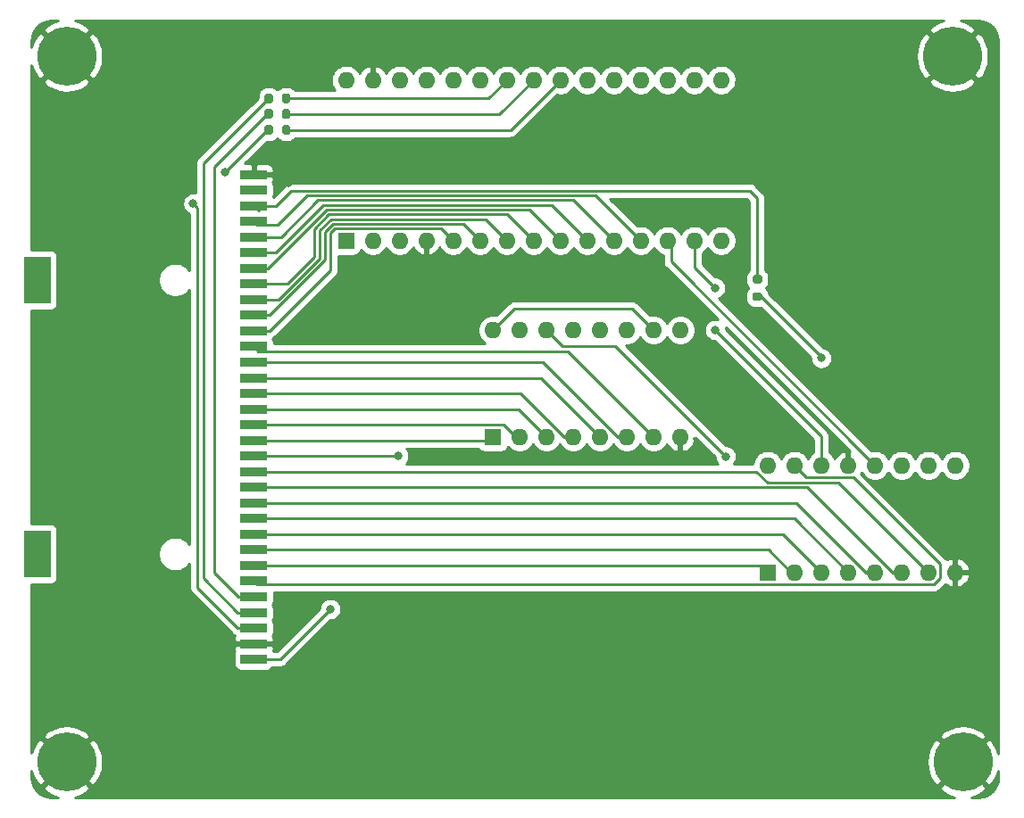
<source format=gbr>
%TF.GenerationSoftware,KiCad,Pcbnew,5.1.10-88a1d61d58~90~ubuntu20.04.1*%
%TF.CreationDate,2021-10-29T09:45:40+02:00*%
%TF.ProjectId,GameboyReader,47616d65-626f-4795-9265-616465722e6b,rev?*%
%TF.SameCoordinates,Original*%
%TF.FileFunction,Copper,L1,Top*%
%TF.FilePolarity,Positive*%
%FSLAX46Y46*%
G04 Gerber Fmt 4.6, Leading zero omitted, Abs format (unit mm)*
G04 Created by KiCad (PCBNEW 5.1.10-88a1d61d58~90~ubuntu20.04.1) date 2021-10-29 09:45:40*
%MOMM*%
%LPD*%
G01*
G04 APERTURE LIST*
%TA.AperFunction,ComponentPad*%
%ADD10C,5.600000*%
%TD*%
%TA.AperFunction,SMDPad,CuDef*%
%ADD11R,2.500000X0.850000*%
%TD*%
%TA.AperFunction,SMDPad,CuDef*%
%ADD12R,2.500000X4.500000*%
%TD*%
%TA.AperFunction,ComponentPad*%
%ADD13O,1.600000X1.600000*%
%TD*%
%TA.AperFunction,ComponentPad*%
%ADD14R,1.600000X1.600000*%
%TD*%
%TA.AperFunction,ViaPad*%
%ADD15C,0.800000*%
%TD*%
%TA.AperFunction,Conductor*%
%ADD16C,0.250000*%
%TD*%
%TA.AperFunction,Conductor*%
%ADD17C,0.254000*%
%TD*%
%TA.AperFunction,Conductor*%
%ADD18C,0.100000*%
%TD*%
G04 APERTURE END LIST*
D10*
%TO.P,REF\u002A\u002A,1*%
%TO.N,GND*%
X109000000Y-79000000D03*
%TD*%
%TO.P,REF\u002A\u002A,1*%
%TO.N,GND*%
X193000000Y-79000000D03*
%TD*%
%TO.P,REF\u002A\u002A,1*%
%TO.N,GND*%
X194000000Y-146000000D03*
%TD*%
%TO.P,REF\u002A\u002A,1*%
%TO.N,GND*%
X109000000Y-146000000D03*
%TD*%
D11*
%TO.P,J1,1*%
%TO.N,+5V*%
X126750000Y-136258000D03*
%TO.P,J1,2*%
%TO.N,GND*%
X126750000Y-134774000D03*
%TO.P,J1,4*%
%TO.N,Net-(J1-Pad4)*%
X126750000Y-131804000D03*
%TO.P,J1,5*%
%TO.N,Net-(J1-Pad5)*%
X126750000Y-130320000D03*
%TO.P,J1,6*%
%TO.N,Net-(J1-Pad6)*%
X126750000Y-128835000D03*
%TO.P,J1,7*%
%TO.N,Net-(J1-Pad7)*%
X126750000Y-127354000D03*
%TO.P,J1,8*%
%TO.N,Net-(J1-Pad8)*%
X126750000Y-125867000D03*
%TO.P,J1,9*%
%TO.N,Net-(J1-Pad9)*%
X126750000Y-124382000D03*
%TO.P,J1,10*%
%TO.N,Net-(J1-Pad10)*%
X126750000Y-122898000D03*
%TO.P,J1,11*%
%TO.N,Net-(J1-Pad11)*%
X126750000Y-121413000D03*
%TO.P,J1,12*%
%TO.N,Net-(J1-Pad12)*%
X126750000Y-119930000D03*
%TO.P,J1,13*%
%TO.N,Net-(J1-Pad13)*%
X126750000Y-118445000D03*
%TO.P,J1,14*%
%TO.N,Net-(J1-Pad14)*%
X126750000Y-116961000D03*
%TO.P,J1,15*%
%TO.N,Net-(J1-Pad15)*%
X126750000Y-115477000D03*
%TO.P,J1,16*%
%TO.N,Net-(J1-Pad16)*%
X126750000Y-113991000D03*
%TO.P,J1,17*%
%TO.N,Net-(J1-Pad17)*%
X126750000Y-112508000D03*
%TO.P,J1,18*%
%TO.N,Net-(J1-Pad18)*%
X126750000Y-111023000D03*
%TO.P,J1,19*%
%TO.N,Net-(J1-Pad19)*%
X126750000Y-109539000D03*
%TO.P,J1,20*%
%TO.N,Net-(J1-Pad20)*%
X126750000Y-108055000D03*
%TO.P,J1,21*%
%TO.N,Net-(J1-Pad21)*%
X126750000Y-106569000D03*
%TO.P,J1,3*%
%TO.N,Net-(J1-Pad3)*%
X126750000Y-133289000D03*
%TO.P,J1,22*%
%TO.N,Net-(A1-Pad5)*%
X126750000Y-105086000D03*
%TO.P,J1,23*%
%TO.N,Net-(A1-Pad6)*%
X126750000Y-103603000D03*
%TO.P,J1,24*%
%TO.N,Net-(A1-Pad7)*%
X126750000Y-102117000D03*
%TO.P,J1,25*%
%TO.N,Net-(A1-Pad8)*%
X126750000Y-100633000D03*
%TO.P,J1,26*%
%TO.N,Net-(A1-Pad9)*%
X126750000Y-99148000D03*
%TO.P,J1,27*%
%TO.N,Net-(A1-Pad10)*%
X126750000Y-97664000D03*
%TO.P,J1,28*%
%TO.N,Net-(A1-Pad11)*%
X126750000Y-96181000D03*
%TO.P,J1,29*%
%TO.N,Net-(A1-Pad12)*%
X126750000Y-94695000D03*
%TO.P,J1,30*%
%TO.N,Net-(J1-Pad30)*%
X126750000Y-93212000D03*
%TO.P,J1,31*%
%TO.N,N/C*%
X126750000Y-91727000D03*
%TO.P,J1,32*%
%TO.N,GND*%
X126750000Y-90242000D03*
D12*
%TO.P,J1,*%
%TO.N,*%
X106249000Y-100250000D03*
X106249000Y-126251000D03*
%TD*%
%TO.P,R20,2*%
%TO.N,+5V*%
%TA.AperFunction,SMDPad,CuDef*%
G36*
G01*
X174225000Y-101425000D02*
X174775000Y-101425000D01*
G75*
G02*
X174975000Y-101625000I0J-200000D01*
G01*
X174975000Y-102025000D01*
G75*
G02*
X174775000Y-102225000I-200000J0D01*
G01*
X174225000Y-102225000D01*
G75*
G02*
X174025000Y-102025000I0J200000D01*
G01*
X174025000Y-101625000D01*
G75*
G02*
X174225000Y-101425000I200000J0D01*
G01*
G37*
%TD.AperFunction*%
%TO.P,R20,1*%
%TO.N,Net-(J1-Pad30)*%
%TA.AperFunction,SMDPad,CuDef*%
G36*
G01*
X174225000Y-99775000D02*
X174775000Y-99775000D01*
G75*
G02*
X174975000Y-99975000I0J-200000D01*
G01*
X174975000Y-100375000D01*
G75*
G02*
X174775000Y-100575000I-200000J0D01*
G01*
X174225000Y-100575000D01*
G75*
G02*
X174025000Y-100375000I0J200000D01*
G01*
X174025000Y-99975000D01*
G75*
G02*
X174225000Y-99775000I200000J0D01*
G01*
G37*
%TD.AperFunction*%
%TD*%
D13*
%TO.P,U2,16*%
%TO.N,+5V*%
X149420000Y-105000000D03*
%TO.P,U2,8*%
%TO.N,GND*%
X167200000Y-115160000D03*
%TO.P,U2,15*%
%TO.N,Net-(J1-Pad14)*%
X151960000Y-105000000D03*
%TO.P,U2,7*%
%TO.N,Net-(J1-Pad21)*%
X164660000Y-115160000D03*
%TO.P,U2,14*%
%TO.N,Net-(U1-Pad9)*%
X154500000Y-105000000D03*
%TO.P,U2,6*%
%TO.N,Net-(J1-Pad20)*%
X162120000Y-115160000D03*
%TO.P,U2,13*%
%TO.N,GND*%
X157040000Y-105000000D03*
%TO.P,U2,5*%
%TO.N,Net-(J1-Pad19)*%
X159580000Y-115160000D03*
%TO.P,U2,12*%
%TO.N,/RCK*%
X159580000Y-105000000D03*
%TO.P,U2,4*%
%TO.N,Net-(J1-Pad18)*%
X157040000Y-115160000D03*
%TO.P,U2,11*%
%TO.N,/SCK*%
X162120000Y-105000000D03*
%TO.P,U2,3*%
%TO.N,Net-(J1-Pad17)*%
X154500000Y-115160000D03*
%TO.P,U2,10*%
%TO.N,+5V*%
X164660000Y-105000000D03*
%TO.P,U2,2*%
%TO.N,Net-(J1-Pad16)*%
X151960000Y-115160000D03*
%TO.P,U2,9*%
%TO.N,N/C*%
X167200000Y-105000000D03*
D14*
%TO.P,U2,1*%
%TO.N,Net-(J1-Pad15)*%
X149420000Y-115160000D03*
%TD*%
%TO.P,A1,1*%
%TO.N,N/C*%
X135500000Y-96500000D03*
D13*
%TO.P,A1,17*%
X168520000Y-81260000D03*
%TO.P,A1,2*%
X138040000Y-96500000D03*
%TO.P,A1,18*%
X165980000Y-81260000D03*
%TO.P,A1,3*%
X140580000Y-96500000D03*
%TO.P,A1,19*%
X163440000Y-81260000D03*
%TO.P,A1,4*%
%TO.N,GND*%
X143120000Y-96500000D03*
%TO.P,A1,20*%
%TO.N,N/C*%
X160900000Y-81260000D03*
%TO.P,A1,5*%
%TO.N,Net-(A1-Pad5)*%
X145660000Y-96500000D03*
%TO.P,A1,21*%
%TO.N,N/C*%
X158360000Y-81260000D03*
%TO.P,A1,6*%
%TO.N,Net-(A1-Pad6)*%
X148200000Y-96500000D03*
%TO.P,A1,22*%
%TO.N,/CLK*%
X155820000Y-81260000D03*
%TO.P,A1,7*%
%TO.N,Net-(A1-Pad7)*%
X150740000Y-96500000D03*
%TO.P,A1,23*%
%TO.N,/RD*%
X153280000Y-81260000D03*
%TO.P,A1,8*%
%TO.N,Net-(A1-Pad8)*%
X153280000Y-96500000D03*
%TO.P,A1,24*%
%TO.N,/WR*%
X150740000Y-81260000D03*
%TO.P,A1,9*%
%TO.N,Net-(A1-Pad9)*%
X155820000Y-96500000D03*
%TO.P,A1,25*%
%TO.N,N/C*%
X148200000Y-81260000D03*
%TO.P,A1,10*%
%TO.N,Net-(A1-Pad10)*%
X158360000Y-96500000D03*
%TO.P,A1,26*%
%TO.N,N/C*%
X145660000Y-81260000D03*
%TO.P,A1,11*%
%TO.N,Net-(A1-Pad11)*%
X160900000Y-96500000D03*
%TO.P,A1,27*%
%TO.N,+5V*%
X143120000Y-81260000D03*
%TO.P,A1,12*%
%TO.N,Net-(A1-Pad12)*%
X163440000Y-96500000D03*
%TO.P,A1,28*%
%TO.N,N/C*%
X140580000Y-81260000D03*
%TO.P,A1,13*%
%TO.N,/RCK*%
X165980000Y-96500000D03*
%TO.P,A1,29*%
%TO.N,GND*%
X138040000Y-81260000D03*
%TO.P,A1,14*%
%TO.N,/SER*%
X168520000Y-96500000D03*
%TO.P,A1,30*%
%TO.N,N/C*%
X135500000Y-81260000D03*
%TO.P,A1,15*%
%TO.N,/SCK*%
X171060000Y-96500000D03*
%TO.P,A1,16*%
%TO.N,N/C*%
X171060000Y-81260000D03*
%TD*%
%TO.P,R17,1*%
%TO.N,Net-(J1-Pad3)*%
%TA.AperFunction,SMDPad,CuDef*%
G36*
G01*
X127775000Y-86275000D02*
X127775000Y-85725000D01*
G75*
G02*
X127975000Y-85525000I200000J0D01*
G01*
X128375000Y-85525000D01*
G75*
G02*
X128575000Y-85725000I0J-200000D01*
G01*
X128575000Y-86275000D01*
G75*
G02*
X128375000Y-86475000I-200000J0D01*
G01*
X127975000Y-86475000D01*
G75*
G02*
X127775000Y-86275000I0J200000D01*
G01*
G37*
%TD.AperFunction*%
%TO.P,R17,2*%
%TO.N,/CLK*%
%TA.AperFunction,SMDPad,CuDef*%
G36*
G01*
X129425000Y-86275000D02*
X129425000Y-85725000D01*
G75*
G02*
X129625000Y-85525000I200000J0D01*
G01*
X130025000Y-85525000D01*
G75*
G02*
X130225000Y-85725000I0J-200000D01*
G01*
X130225000Y-86275000D01*
G75*
G02*
X130025000Y-86475000I-200000J0D01*
G01*
X129625000Y-86475000D01*
G75*
G02*
X129425000Y-86275000I0J200000D01*
G01*
G37*
%TD.AperFunction*%
%TD*%
%TO.P,R18,2*%
%TO.N,/WR*%
%TA.AperFunction,SMDPad,CuDef*%
G36*
G01*
X129425000Y-83275000D02*
X129425000Y-82725000D01*
G75*
G02*
X129625000Y-82525000I200000J0D01*
G01*
X130025000Y-82525000D01*
G75*
G02*
X130225000Y-82725000I0J-200000D01*
G01*
X130225000Y-83275000D01*
G75*
G02*
X130025000Y-83475000I-200000J0D01*
G01*
X129625000Y-83475000D01*
G75*
G02*
X129425000Y-83275000I0J200000D01*
G01*
G37*
%TD.AperFunction*%
%TO.P,R18,1*%
%TO.N,Net-(J1-Pad4)*%
%TA.AperFunction,SMDPad,CuDef*%
G36*
G01*
X127775000Y-83275000D02*
X127775000Y-82725000D01*
G75*
G02*
X127975000Y-82525000I200000J0D01*
G01*
X128375000Y-82525000D01*
G75*
G02*
X128575000Y-82725000I0J-200000D01*
G01*
X128575000Y-83275000D01*
G75*
G02*
X128375000Y-83475000I-200000J0D01*
G01*
X127975000Y-83475000D01*
G75*
G02*
X127775000Y-83275000I0J200000D01*
G01*
G37*
%TD.AperFunction*%
%TD*%
%TO.P,R19,1*%
%TO.N,/RD*%
%TA.AperFunction,SMDPad,CuDef*%
G36*
G01*
X130225000Y-84225000D02*
X130225000Y-84775000D01*
G75*
G02*
X130025000Y-84975000I-200000J0D01*
G01*
X129625000Y-84975000D01*
G75*
G02*
X129425000Y-84775000I0J200000D01*
G01*
X129425000Y-84225000D01*
G75*
G02*
X129625000Y-84025000I200000J0D01*
G01*
X130025000Y-84025000D01*
G75*
G02*
X130225000Y-84225000I0J-200000D01*
G01*
G37*
%TD.AperFunction*%
%TO.P,R19,2*%
%TO.N,Net-(J1-Pad5)*%
%TA.AperFunction,SMDPad,CuDef*%
G36*
G01*
X128575000Y-84225000D02*
X128575000Y-84775000D01*
G75*
G02*
X128375000Y-84975000I-200000J0D01*
G01*
X127975000Y-84975000D01*
G75*
G02*
X127775000Y-84775000I0J200000D01*
G01*
X127775000Y-84225000D01*
G75*
G02*
X127975000Y-84025000I200000J0D01*
G01*
X128375000Y-84025000D01*
G75*
G02*
X128575000Y-84225000I0J-200000D01*
G01*
G37*
%TD.AperFunction*%
%TD*%
D14*
%TO.P,U1,1*%
%TO.N,Net-(J1-Pad7)*%
X175500000Y-128000000D03*
D13*
%TO.P,U1,9*%
%TO.N,Net-(U1-Pad9)*%
X193280000Y-117840000D03*
%TO.P,U1,2*%
%TO.N,Net-(J1-Pad8)*%
X178040000Y-128000000D03*
%TO.P,U1,10*%
%TO.N,+5V*%
X190740000Y-117840000D03*
%TO.P,U1,3*%
%TO.N,Net-(J1-Pad9)*%
X180580000Y-128000000D03*
%TO.P,U1,11*%
%TO.N,/SCK*%
X188200000Y-117840000D03*
%TO.P,U1,4*%
%TO.N,Net-(J1-Pad10)*%
X183120000Y-128000000D03*
%TO.P,U1,12*%
%TO.N,/RCK*%
X185660000Y-117840000D03*
%TO.P,U1,5*%
%TO.N,Net-(J1-Pad11)*%
X185660000Y-128000000D03*
%TO.P,U1,13*%
%TO.N,GND*%
X183120000Y-117840000D03*
%TO.P,U1,6*%
%TO.N,Net-(J1-Pad12)*%
X188200000Y-128000000D03*
%TO.P,U1,14*%
%TO.N,/SER*%
X180580000Y-117840000D03*
%TO.P,U1,7*%
%TO.N,Net-(J1-Pad13)*%
X190740000Y-128000000D03*
%TO.P,U1,15*%
%TO.N,Net-(J1-Pad6)*%
X178040000Y-117840000D03*
%TO.P,U1,8*%
%TO.N,GND*%
X193280000Y-128000000D03*
%TO.P,U1,16*%
%TO.N,+5V*%
X175500000Y-117840000D03*
%TD*%
D15*
%TO.N,GND*%
X130500000Y-105500000D03*
X128500000Y-88000000D03*
X130000000Y-91000000D03*
X156500000Y-84000000D03*
X176000000Y-81000000D03*
X147000000Y-89500000D03*
X143000000Y-89000000D03*
%TO.N,+5V*%
X134000000Y-131500000D03*
X180560000Y-107660000D03*
%TO.N,/SER*%
X170500000Y-105000000D03*
X170500000Y-101000000D03*
%TO.N,Net-(J1-Pad14)*%
X140461000Y-116961000D03*
%TO.N,Net-(J1-Pad3)*%
X124000000Y-90000000D03*
X121000000Y-93000000D03*
%TO.N,Net-(U1-Pad9)*%
X171500000Y-117000000D03*
%TD*%
D16*
%TO.N,Net-(A1-Pad5)*%
X134439999Y-95374999D02*
X134000000Y-95814998D01*
X144534999Y-95374999D02*
X134439999Y-95374999D01*
X145660000Y-96500000D02*
X144534999Y-95374999D01*
X128250000Y-105086000D02*
X126750000Y-105086000D01*
X134000000Y-99336000D02*
X128250000Y-105086000D01*
X134000000Y-95814998D02*
X134000000Y-99336000D01*
%TO.N,Net-(A1-Pad6)*%
X134253598Y-94924990D02*
X133500000Y-95678588D01*
X146624989Y-94924989D02*
X134253598Y-94924990D01*
X148200000Y-96500000D02*
X146624989Y-94924989D01*
X128250000Y-103603000D02*
X126750000Y-103603000D01*
X133500000Y-98353000D02*
X128250000Y-103603000D01*
X133500000Y-95678588D02*
X133500000Y-98353000D01*
%TO.N,/CLK*%
X151080000Y-86000000D02*
X129825000Y-86000000D01*
X155820000Y-81260000D02*
X151080000Y-86000000D01*
%TO.N,Net-(A1-Pad7)*%
X133000000Y-95542178D02*
X133000000Y-98216590D01*
X134067197Y-94474981D02*
X133000000Y-95542178D01*
X148714981Y-94474981D02*
X134067197Y-94474981D01*
X150740000Y-96500000D02*
X148714981Y-94474981D01*
X129099590Y-102117000D02*
X126750000Y-102117000D01*
X133000000Y-98216590D02*
X129099590Y-102117000D01*
%TO.N,/RD*%
X150040000Y-84500000D02*
X153280000Y-81260000D01*
X129825000Y-84500000D02*
X150040000Y-84500000D01*
%TO.N,Net-(A1-Pad8)*%
X132500000Y-95405768D02*
X132500000Y-98080180D01*
X133880796Y-94024972D02*
X132500000Y-95405768D01*
X150804972Y-94024972D02*
X133880796Y-94024972D01*
X153280000Y-96500000D02*
X150804972Y-94024972D01*
X129947180Y-100633000D02*
X126750000Y-100633000D01*
X132500000Y-98080180D02*
X129947180Y-100633000D01*
%TO.N,/WR*%
X149000000Y-83000000D02*
X150740000Y-81260000D01*
X129825000Y-83000000D02*
X149000000Y-83000000D01*
%TO.N,Net-(A1-Pad9)*%
X128121358Y-99148000D02*
X126750000Y-99148000D01*
X133694395Y-93574963D02*
X128121358Y-99148000D01*
X152894963Y-93574963D02*
X133694395Y-93574963D01*
X155820000Y-96500000D02*
X152894963Y-93574963D01*
%TO.N,Net-(A1-Pad10)*%
X128836000Y-97664000D02*
X126750000Y-97664000D01*
X133375046Y-93124954D02*
X128836000Y-97664000D01*
X154984954Y-93124954D02*
X133375046Y-93124954D01*
X158360000Y-96500000D02*
X154984954Y-93124954D01*
%TO.N,Net-(A1-Pad11)*%
X157074945Y-92674945D02*
X132825055Y-92674945D01*
X160900000Y-96500000D02*
X157074945Y-92674945D01*
X129319000Y-96181000D02*
X126750000Y-96181000D01*
X132825055Y-92674945D02*
X129319000Y-96181000D01*
%TO.N,+5V*%
X149420000Y-105000000D02*
X151420000Y-103000000D01*
X162660000Y-103000000D02*
X164660000Y-105000000D01*
X151420000Y-103000000D02*
X162660000Y-103000000D01*
X126750000Y-136258000D02*
X129242000Y-136258000D01*
X129242000Y-136258000D02*
X134000000Y-131500000D01*
X174500000Y-101825000D02*
X174725000Y-101825000D01*
X174500000Y-101825000D02*
X174825000Y-101825000D01*
X180560000Y-107560000D02*
X180560000Y-107660000D01*
X174825000Y-101825000D02*
X180560000Y-107560000D01*
%TO.N,Net-(A1-Pad12)*%
X159164935Y-92224935D02*
X131775065Y-92224935D01*
X163440000Y-96500000D02*
X159164935Y-92224935D01*
X131775065Y-92224935D02*
X129000000Y-95000000D01*
X127055000Y-95000000D02*
X126750000Y-94695000D01*
X129000000Y-95000000D02*
X127055000Y-95000000D01*
%TO.N,/RCK*%
X185660000Y-117840000D02*
X166320000Y-98500000D01*
X166320000Y-96840000D02*
X165980000Y-96500000D01*
X166320000Y-98500000D02*
X166320000Y-96840000D01*
%TO.N,/SER*%
X168520000Y-96500000D02*
X168520000Y-99034998D01*
X180580000Y-117840000D02*
X180580000Y-115080000D01*
X180580000Y-115080000D02*
X170500000Y-105000000D01*
X168534998Y-99034998D02*
X168520000Y-99034998D01*
X170500000Y-101000000D02*
X168534998Y-99034998D01*
%TO.N,Net-(J1-Pad4)*%
X128175000Y-83000000D02*
X122000000Y-89175000D01*
X125250000Y-131804000D02*
X126750000Y-131804000D01*
X122000000Y-128554000D02*
X125250000Y-131804000D01*
X122000000Y-89175000D02*
X122000000Y-128554000D01*
%TO.N,Net-(J1-Pad5)*%
X128175000Y-84500000D02*
X128000000Y-84500000D01*
X128000000Y-84500000D02*
X123000000Y-89500000D01*
X125320000Y-130320000D02*
X126750000Y-130320000D01*
X123000000Y-128000000D02*
X125320000Y-130320000D01*
X123000000Y-89500000D02*
X123000000Y-128000000D01*
%TO.N,Net-(J1-Pad6)*%
X127040001Y-129125001D02*
X126750000Y-128835000D01*
X191280001Y-129125001D02*
X127040001Y-129125001D01*
X191865001Y-128540001D02*
X191280001Y-129125001D01*
X191865001Y-127221411D02*
X191865001Y-128540001D01*
X183608591Y-118965001D02*
X191865001Y-127221411D01*
X179165001Y-118965001D02*
X183608591Y-118965001D01*
X178040000Y-117840000D02*
X179165001Y-118965001D01*
%TO.N,Net-(J1-Pad7)*%
X174854000Y-127354000D02*
X175500000Y-128000000D01*
X126750000Y-127354000D02*
X174854000Y-127354000D01*
%TO.N,Net-(J1-Pad8)*%
X177685002Y-128000000D02*
X178040000Y-128000000D01*
X175552002Y-125867000D02*
X177685002Y-128000000D01*
X126750000Y-125867000D02*
X175552002Y-125867000D01*
%TO.N,Net-(J1-Pad9)*%
X176962000Y-124382000D02*
X180580000Y-128000000D01*
X126750000Y-124382000D02*
X176962000Y-124382000D01*
%TO.N,Net-(J1-Pad10)*%
X178018000Y-122898000D02*
X183120000Y-128000000D01*
X126750000Y-122898000D02*
X178018000Y-122898000D01*
%TO.N,Net-(J1-Pad11)*%
X184785002Y-128000000D02*
X185660000Y-128000000D01*
X178198002Y-121413000D02*
X184785002Y-128000000D01*
X126750000Y-121413000D02*
X178198002Y-121413000D01*
%TO.N,Net-(J1-Pad12)*%
X187325002Y-128000000D02*
X188200000Y-128000000D01*
X179255002Y-119930000D02*
X187325002Y-128000000D01*
X126750000Y-119930000D02*
X179255002Y-119930000D01*
%TO.N,Net-(J1-Pad13)*%
X175474988Y-119479990D02*
X182219990Y-119479990D01*
X174439998Y-118445000D02*
X175474988Y-119479990D01*
X182219990Y-119479990D02*
X190740000Y-128000000D01*
X126750000Y-118445000D02*
X174439998Y-118445000D01*
%TO.N,Net-(J1-Pad14)*%
X126750000Y-116961000D02*
X140461000Y-116961000D01*
%TO.N,Net-(J1-Pad15)*%
X149103000Y-115477000D02*
X149420000Y-115160000D01*
X126750000Y-115477000D02*
X149103000Y-115477000D01*
%TO.N,Net-(J1-Pad16)*%
X151605002Y-115160000D02*
X151960000Y-115160000D01*
X150436002Y-113991000D02*
X151605002Y-115160000D01*
X126750000Y-113991000D02*
X150436002Y-113991000D01*
%TO.N,Net-(J1-Pad17)*%
X151848000Y-112508000D02*
X154500000Y-115160000D01*
X126750000Y-112508000D02*
X151848000Y-112508000D01*
%TO.N,Net-(J1-Pad18)*%
X156165002Y-115160000D02*
X157040000Y-115160000D01*
X152028002Y-111023000D02*
X156165002Y-115160000D01*
X126750000Y-111023000D02*
X152028002Y-111023000D01*
%TO.N,Net-(J1-Pad19)*%
X153959000Y-109539000D02*
X159580000Y-115160000D01*
X126750000Y-109539000D02*
X153959000Y-109539000D01*
%TO.N,Net-(J1-Pad20)*%
X161245002Y-115160000D02*
X162120000Y-115160000D01*
X154140002Y-108055000D02*
X161245002Y-115160000D01*
X126750000Y-108055000D02*
X154140002Y-108055000D01*
%TO.N,Net-(J1-Pad21)*%
X164660000Y-115160000D02*
X156500000Y-107000000D01*
X127181000Y-107000000D02*
X126750000Y-106569000D01*
X156500000Y-107000000D02*
X127181000Y-107000000D01*
%TO.N,Net-(J1-Pad3)*%
X128000000Y-86000000D02*
X124000000Y-90000000D01*
X128175000Y-86000000D02*
X128000000Y-86000000D01*
X125250000Y-133289000D02*
X126750000Y-133289000D01*
X121399999Y-129438999D02*
X125250000Y-133289000D01*
X121399999Y-93399999D02*
X121399999Y-129438999D01*
X121000000Y-93000000D02*
X121399999Y-93399999D01*
%TO.N,Net-(J1-Pad30)*%
X127213000Y-93675000D02*
X126750000Y-93212000D01*
X130298077Y-91774925D02*
X173774925Y-91774925D01*
X128861002Y-93212000D02*
X130298077Y-91774925D01*
X126750000Y-93212000D02*
X128861002Y-93212000D01*
X174500000Y-92500000D02*
X174500000Y-100175000D01*
X173774925Y-91774925D02*
X174500000Y-92500000D01*
%TO.N,Net-(U1-Pad9)*%
X156000000Y-106500000D02*
X161000000Y-106500000D01*
X154500000Y-105000000D02*
X156000000Y-106500000D01*
X161000000Y-106500000D02*
X171500000Y-117000000D01*
%TD*%
D17*
%TO.N,GND*%
X107686994Y-75807870D02*
X107089470Y-76125361D01*
X107075308Y-76134823D01*
X106763124Y-76583519D01*
X109000000Y-78820395D01*
X111236876Y-76583519D01*
X110924692Y-76134823D01*
X110328741Y-75814388D01*
X109824276Y-75660000D01*
X192178821Y-75660000D01*
X191686994Y-75807870D01*
X191089470Y-76125361D01*
X191075308Y-76134823D01*
X190763124Y-76583519D01*
X193000000Y-78820395D01*
X195236876Y-76583519D01*
X194924692Y-76134823D01*
X194328741Y-75814388D01*
X193824276Y-75660000D01*
X195467721Y-75660000D01*
X195856775Y-75698147D01*
X196199967Y-75801763D01*
X196516489Y-75970062D01*
X196794299Y-76196637D01*
X197022806Y-76472856D01*
X197193310Y-76788197D01*
X197299319Y-77130656D01*
X197340000Y-77517712D01*
X197340001Y-145178824D01*
X197192130Y-144686994D01*
X196874639Y-144089470D01*
X196865177Y-144075308D01*
X196416481Y-143763124D01*
X194179605Y-146000000D01*
X196416481Y-148236876D01*
X196865177Y-147924692D01*
X197185612Y-147328741D01*
X197340001Y-146824272D01*
X197340001Y-147467711D01*
X197301853Y-147856776D01*
X197198238Y-148199964D01*
X197029939Y-148516489D01*
X196803365Y-148794296D01*
X196527146Y-149022805D01*
X196211803Y-149193310D01*
X195869344Y-149299319D01*
X195482288Y-149340000D01*
X194821179Y-149340000D01*
X195313006Y-149192130D01*
X195910530Y-148874639D01*
X195924692Y-148865177D01*
X196236876Y-148416481D01*
X194000000Y-146179605D01*
X191763124Y-148416481D01*
X192075308Y-148865177D01*
X192671259Y-149185612D01*
X193175724Y-149340000D01*
X109821179Y-149340000D01*
X110313006Y-149192130D01*
X110910530Y-148874639D01*
X110924692Y-148865177D01*
X111236876Y-148416481D01*
X109000000Y-146179605D01*
X106763124Y-148416481D01*
X107075308Y-148865177D01*
X107671259Y-149185612D01*
X108175724Y-149340000D01*
X107532279Y-149340000D01*
X107143224Y-149301853D01*
X106800036Y-149198238D01*
X106483511Y-149029939D01*
X106205704Y-148803365D01*
X105977195Y-148527146D01*
X105806690Y-148211803D01*
X105700681Y-147869344D01*
X105660000Y-147482288D01*
X105660000Y-146821179D01*
X105807870Y-147313006D01*
X106125361Y-147910530D01*
X106134823Y-147924692D01*
X106583519Y-148236876D01*
X108820395Y-146000000D01*
X109179605Y-146000000D01*
X111416481Y-148236876D01*
X111865177Y-147924692D01*
X112185612Y-147328741D01*
X112383626Y-146681727D01*
X112451610Y-146008516D01*
X112449975Y-145991484D01*
X190548390Y-145991484D01*
X190613051Y-146665023D01*
X190807870Y-147313006D01*
X191125361Y-147910530D01*
X191134823Y-147924692D01*
X191583519Y-148236876D01*
X193820395Y-146000000D01*
X191583519Y-143763124D01*
X191134823Y-144075308D01*
X190814388Y-144671259D01*
X190616374Y-145318273D01*
X190548390Y-145991484D01*
X112449975Y-145991484D01*
X112386949Y-145334977D01*
X112192130Y-144686994D01*
X111874639Y-144089470D01*
X111865177Y-144075308D01*
X111416481Y-143763124D01*
X109179605Y-146000000D01*
X108820395Y-146000000D01*
X106583519Y-143763124D01*
X106134823Y-144075308D01*
X105814388Y-144671259D01*
X105660000Y-145175724D01*
X105660000Y-143583519D01*
X106763124Y-143583519D01*
X109000000Y-145820395D01*
X111236876Y-143583519D01*
X191763124Y-143583519D01*
X194000000Y-145820395D01*
X196236876Y-143583519D01*
X195924692Y-143134823D01*
X195328741Y-142814388D01*
X194681727Y-142616374D01*
X194008516Y-142548390D01*
X193334977Y-142613051D01*
X192686994Y-142807870D01*
X192089470Y-143125361D01*
X192075308Y-143134823D01*
X191763124Y-143583519D01*
X111236876Y-143583519D01*
X110924692Y-143134823D01*
X110328741Y-142814388D01*
X109681727Y-142616374D01*
X109008516Y-142548390D01*
X108334977Y-142613051D01*
X107686994Y-142807870D01*
X107089470Y-143125361D01*
X107075308Y-143134823D01*
X106763124Y-143583519D01*
X105660000Y-143583519D01*
X105660000Y-135199000D01*
X124861928Y-135199000D01*
X124874188Y-135323482D01*
X124910498Y-135443180D01*
X124949422Y-135516000D01*
X124910498Y-135588820D01*
X124874188Y-135708518D01*
X124861928Y-135833000D01*
X124861928Y-136683000D01*
X124874188Y-136807482D01*
X124910498Y-136927180D01*
X124969463Y-137037494D01*
X125048815Y-137134185D01*
X125145506Y-137213537D01*
X125255820Y-137272502D01*
X125375518Y-137308812D01*
X125500000Y-137321072D01*
X128000000Y-137321072D01*
X128124482Y-137308812D01*
X128244180Y-137272502D01*
X128354494Y-137213537D01*
X128451185Y-137134185D01*
X128530537Y-137037494D01*
X128540957Y-137018000D01*
X129204678Y-137018000D01*
X129242000Y-137021676D01*
X129279322Y-137018000D01*
X129279333Y-137018000D01*
X129390986Y-137007003D01*
X129534247Y-136963546D01*
X129666276Y-136892974D01*
X129782001Y-136798001D01*
X129805804Y-136768997D01*
X134039802Y-132535000D01*
X134101939Y-132535000D01*
X134301898Y-132495226D01*
X134490256Y-132417205D01*
X134659774Y-132303937D01*
X134803937Y-132159774D01*
X134917205Y-131990256D01*
X134995226Y-131801898D01*
X135035000Y-131601939D01*
X135035000Y-131398061D01*
X134995226Y-131198102D01*
X134917205Y-131009744D01*
X134803937Y-130840226D01*
X134659774Y-130696063D01*
X134490256Y-130582795D01*
X134301898Y-130504774D01*
X134101939Y-130465000D01*
X133898061Y-130465000D01*
X133698102Y-130504774D01*
X133509744Y-130582795D01*
X133340226Y-130696063D01*
X133196063Y-130840226D01*
X133082795Y-131009744D01*
X133004774Y-131198102D01*
X132965000Y-131398061D01*
X132965000Y-131460198D01*
X128927199Y-135498000D01*
X128560200Y-135498000D01*
X128589502Y-135443180D01*
X128625812Y-135323482D01*
X128638072Y-135199000D01*
X128635000Y-135059750D01*
X128476250Y-134901000D01*
X126877000Y-134901000D01*
X126877000Y-134921000D01*
X126623000Y-134921000D01*
X126623000Y-134901000D01*
X125023750Y-134901000D01*
X124865000Y-135059750D01*
X124861928Y-135199000D01*
X105660000Y-135199000D01*
X105660000Y-129139072D01*
X107499000Y-129139072D01*
X107623482Y-129126812D01*
X107743180Y-129090502D01*
X107853494Y-129031537D01*
X107950185Y-128952185D01*
X108029537Y-128855494D01*
X108088502Y-128745180D01*
X108124812Y-128625482D01*
X108137072Y-128501000D01*
X108137072Y-124001000D01*
X108124812Y-123876518D01*
X108088502Y-123756820D01*
X108029537Y-123646506D01*
X107950185Y-123549815D01*
X107853494Y-123470463D01*
X107743180Y-123411498D01*
X107623482Y-123375188D01*
X107499000Y-123362928D01*
X105660000Y-123362928D01*
X105660000Y-103138072D01*
X107499000Y-103138072D01*
X107623482Y-103125812D01*
X107743180Y-103089502D01*
X107853494Y-103030537D01*
X107950185Y-102951185D01*
X108029537Y-102854494D01*
X108088502Y-102744180D01*
X108124812Y-102624482D01*
X108137072Y-102500000D01*
X108137072Y-100088967D01*
X117665000Y-100088967D01*
X117665000Y-100411033D01*
X117727832Y-100726912D01*
X117851082Y-101024463D01*
X118030013Y-101292252D01*
X118257748Y-101519987D01*
X118525537Y-101698918D01*
X118823088Y-101822168D01*
X119138967Y-101885000D01*
X119461033Y-101885000D01*
X119776912Y-101822168D01*
X120074463Y-101698918D01*
X120342252Y-101519987D01*
X120569987Y-101292252D01*
X120639999Y-101187471D01*
X120640000Y-125312530D01*
X120569987Y-125207748D01*
X120342252Y-124980013D01*
X120074463Y-124801082D01*
X119776912Y-124677832D01*
X119461033Y-124615000D01*
X119138967Y-124615000D01*
X118823088Y-124677832D01*
X118525537Y-124801082D01*
X118257748Y-124980013D01*
X118030013Y-125207748D01*
X117851082Y-125475537D01*
X117727832Y-125773088D01*
X117665000Y-126088967D01*
X117665000Y-126411033D01*
X117727832Y-126726912D01*
X117851082Y-127024463D01*
X118030013Y-127292252D01*
X118257748Y-127519987D01*
X118525537Y-127698918D01*
X118823088Y-127822168D01*
X119138967Y-127885000D01*
X119461033Y-127885000D01*
X119776912Y-127822168D01*
X120074463Y-127698918D01*
X120342252Y-127519987D01*
X120569987Y-127292252D01*
X120640000Y-127187470D01*
X120640000Y-129401666D01*
X120636323Y-129438999D01*
X120640000Y-129476332D01*
X120647185Y-129549276D01*
X120650997Y-129587984D01*
X120694453Y-129731245D01*
X120765025Y-129863275D01*
X120836200Y-129950001D01*
X120859999Y-129979000D01*
X120888997Y-130002798D01*
X124686201Y-133800003D01*
X124709999Y-133829001D01*
X124825724Y-133923974D01*
X124918810Y-133973730D01*
X124949689Y-134031500D01*
X124910498Y-134104820D01*
X124874188Y-134224518D01*
X124861928Y-134349000D01*
X124865000Y-134488250D01*
X125023750Y-134647000D01*
X126623000Y-134647000D01*
X126623000Y-134627000D01*
X126877000Y-134627000D01*
X126877000Y-134647000D01*
X128476250Y-134647000D01*
X128635000Y-134488250D01*
X128638072Y-134349000D01*
X128625812Y-134224518D01*
X128589502Y-134104820D01*
X128550311Y-134031500D01*
X128589502Y-133958180D01*
X128625812Y-133838482D01*
X128638072Y-133714000D01*
X128638072Y-132864000D01*
X128625812Y-132739518D01*
X128589502Y-132619820D01*
X128550311Y-132546500D01*
X128589502Y-132473180D01*
X128625812Y-132353482D01*
X128638072Y-132229000D01*
X128638072Y-131379000D01*
X128625812Y-131254518D01*
X128589502Y-131134820D01*
X128550578Y-131062000D01*
X128589502Y-130989180D01*
X128625812Y-130869482D01*
X128638072Y-130745000D01*
X128638072Y-129895000D01*
X128637087Y-129885001D01*
X191242679Y-129885001D01*
X191280001Y-129888677D01*
X191317323Y-129885001D01*
X191317334Y-129885001D01*
X191428987Y-129874004D01*
X191572248Y-129830547D01*
X191704277Y-129759975D01*
X191820002Y-129665002D01*
X191843804Y-129635999D01*
X192373843Y-129105961D01*
X192542580Y-129231037D01*
X192796913Y-129351246D01*
X192930961Y-129391904D01*
X193153000Y-129269915D01*
X193153000Y-128127000D01*
X193407000Y-128127000D01*
X193407000Y-129269915D01*
X193629039Y-129391904D01*
X193763087Y-129351246D01*
X194017420Y-129231037D01*
X194243414Y-129063519D01*
X194432385Y-128855131D01*
X194577070Y-128613881D01*
X194671909Y-128349040D01*
X194550624Y-128127000D01*
X193407000Y-128127000D01*
X193153000Y-128127000D01*
X193133000Y-128127000D01*
X193133000Y-127873000D01*
X193153000Y-127873000D01*
X193153000Y-126730085D01*
X193407000Y-126730085D01*
X193407000Y-127873000D01*
X194550624Y-127873000D01*
X194671909Y-127650960D01*
X194577070Y-127386119D01*
X194432385Y-127144869D01*
X194243414Y-126936481D01*
X194017420Y-126768963D01*
X193763087Y-126648754D01*
X193629039Y-126608096D01*
X193407000Y-126730085D01*
X193153000Y-126730085D01*
X192930961Y-126608096D01*
X192796913Y-126648754D01*
X192542580Y-126768963D01*
X192501280Y-126799576D01*
X192499975Y-126797134D01*
X192428800Y-126710408D01*
X192405002Y-126681410D01*
X192376005Y-126657613D01*
X184325297Y-118606906D01*
X184383933Y-118509135D01*
X184388320Y-118519727D01*
X184545363Y-118754759D01*
X184745241Y-118954637D01*
X184980273Y-119111680D01*
X185241426Y-119219853D01*
X185518665Y-119275000D01*
X185801335Y-119275000D01*
X186078574Y-119219853D01*
X186339727Y-119111680D01*
X186574759Y-118954637D01*
X186774637Y-118754759D01*
X186930000Y-118522241D01*
X187085363Y-118754759D01*
X187285241Y-118954637D01*
X187520273Y-119111680D01*
X187781426Y-119219853D01*
X188058665Y-119275000D01*
X188341335Y-119275000D01*
X188618574Y-119219853D01*
X188879727Y-119111680D01*
X189114759Y-118954637D01*
X189314637Y-118754759D01*
X189470000Y-118522241D01*
X189625363Y-118754759D01*
X189825241Y-118954637D01*
X190060273Y-119111680D01*
X190321426Y-119219853D01*
X190598665Y-119275000D01*
X190881335Y-119275000D01*
X191158574Y-119219853D01*
X191419727Y-119111680D01*
X191654759Y-118954637D01*
X191854637Y-118754759D01*
X192010000Y-118522241D01*
X192165363Y-118754759D01*
X192365241Y-118954637D01*
X192600273Y-119111680D01*
X192861426Y-119219853D01*
X193138665Y-119275000D01*
X193421335Y-119275000D01*
X193698574Y-119219853D01*
X193959727Y-119111680D01*
X194194759Y-118954637D01*
X194394637Y-118754759D01*
X194551680Y-118519727D01*
X194659853Y-118258574D01*
X194715000Y-117981335D01*
X194715000Y-117698665D01*
X194659853Y-117421426D01*
X194551680Y-117160273D01*
X194394637Y-116925241D01*
X194194759Y-116725363D01*
X193959727Y-116568320D01*
X193698574Y-116460147D01*
X193421335Y-116405000D01*
X193138665Y-116405000D01*
X192861426Y-116460147D01*
X192600273Y-116568320D01*
X192365241Y-116725363D01*
X192165363Y-116925241D01*
X192010000Y-117157759D01*
X191854637Y-116925241D01*
X191654759Y-116725363D01*
X191419727Y-116568320D01*
X191158574Y-116460147D01*
X190881335Y-116405000D01*
X190598665Y-116405000D01*
X190321426Y-116460147D01*
X190060273Y-116568320D01*
X189825241Y-116725363D01*
X189625363Y-116925241D01*
X189470000Y-117157759D01*
X189314637Y-116925241D01*
X189114759Y-116725363D01*
X188879727Y-116568320D01*
X188618574Y-116460147D01*
X188341335Y-116405000D01*
X188058665Y-116405000D01*
X187781426Y-116460147D01*
X187520273Y-116568320D01*
X187285241Y-116725363D01*
X187085363Y-116925241D01*
X186930000Y-117157759D01*
X186774637Y-116925241D01*
X186574759Y-116725363D01*
X186339727Y-116568320D01*
X186078574Y-116460147D01*
X185801335Y-116405000D01*
X185518665Y-116405000D01*
X185336114Y-116441312D01*
X170864215Y-101969413D01*
X170990256Y-101917205D01*
X171159774Y-101803937D01*
X171303937Y-101659774D01*
X171417205Y-101490256D01*
X171495226Y-101301898D01*
X171535000Y-101101939D01*
X171535000Y-100898061D01*
X171495226Y-100698102D01*
X171417205Y-100509744D01*
X171303937Y-100340226D01*
X171159774Y-100196063D01*
X170990256Y-100082795D01*
X170801898Y-100004774D01*
X170601939Y-99965000D01*
X170539802Y-99965000D01*
X169280000Y-98705199D01*
X169280000Y-97718043D01*
X169434759Y-97614637D01*
X169634637Y-97414759D01*
X169790000Y-97182241D01*
X169945363Y-97414759D01*
X170145241Y-97614637D01*
X170380273Y-97771680D01*
X170641426Y-97879853D01*
X170918665Y-97935000D01*
X171201335Y-97935000D01*
X171478574Y-97879853D01*
X171739727Y-97771680D01*
X171974759Y-97614637D01*
X172174637Y-97414759D01*
X172331680Y-97179727D01*
X172439853Y-96918574D01*
X172495000Y-96641335D01*
X172495000Y-96358665D01*
X172439853Y-96081426D01*
X172331680Y-95820273D01*
X172174637Y-95585241D01*
X171974759Y-95385363D01*
X171739727Y-95228320D01*
X171478574Y-95120147D01*
X171201335Y-95065000D01*
X170918665Y-95065000D01*
X170641426Y-95120147D01*
X170380273Y-95228320D01*
X170145241Y-95385363D01*
X169945363Y-95585241D01*
X169790000Y-95817759D01*
X169634637Y-95585241D01*
X169434759Y-95385363D01*
X169199727Y-95228320D01*
X168938574Y-95120147D01*
X168661335Y-95065000D01*
X168378665Y-95065000D01*
X168101426Y-95120147D01*
X167840273Y-95228320D01*
X167605241Y-95385363D01*
X167405363Y-95585241D01*
X167250000Y-95817759D01*
X167094637Y-95585241D01*
X166894759Y-95385363D01*
X166659727Y-95228320D01*
X166398574Y-95120147D01*
X166121335Y-95065000D01*
X165838665Y-95065000D01*
X165561426Y-95120147D01*
X165300273Y-95228320D01*
X165065241Y-95385363D01*
X164865363Y-95585241D01*
X164710000Y-95817759D01*
X164554637Y-95585241D01*
X164354759Y-95385363D01*
X164119727Y-95228320D01*
X163858574Y-95120147D01*
X163581335Y-95065000D01*
X163298665Y-95065000D01*
X163116114Y-95101312D01*
X160549726Y-92534925D01*
X173460124Y-92534925D01*
X173740000Y-92814802D01*
X173740001Y-99294083D01*
X173632394Y-99382394D01*
X173528169Y-99509392D01*
X173450722Y-99654284D01*
X173403031Y-99811500D01*
X173386928Y-99975000D01*
X173386928Y-100375000D01*
X173403031Y-100538500D01*
X173450722Y-100695716D01*
X173528169Y-100840608D01*
X173632394Y-100967606D01*
X173671866Y-101000000D01*
X173632394Y-101032394D01*
X173528169Y-101159392D01*
X173450722Y-101304284D01*
X173403031Y-101461500D01*
X173386928Y-101625000D01*
X173386928Y-102025000D01*
X173403031Y-102188500D01*
X173450722Y-102345716D01*
X173528169Y-102490608D01*
X173632394Y-102617606D01*
X173759392Y-102721831D01*
X173904284Y-102799278D01*
X174061500Y-102846969D01*
X174225000Y-102863072D01*
X174775000Y-102863072D01*
X174787081Y-102861882D01*
X179525000Y-107599802D01*
X179525000Y-107761939D01*
X179564774Y-107961898D01*
X179642795Y-108150256D01*
X179756063Y-108319774D01*
X179900226Y-108463937D01*
X180069744Y-108577205D01*
X180258102Y-108655226D01*
X180458061Y-108695000D01*
X180661939Y-108695000D01*
X180861898Y-108655226D01*
X181050256Y-108577205D01*
X181219774Y-108463937D01*
X181363937Y-108319774D01*
X181477205Y-108150256D01*
X181555226Y-107961898D01*
X181595000Y-107761939D01*
X181595000Y-107558061D01*
X181555226Y-107358102D01*
X181477205Y-107169744D01*
X181363937Y-107000226D01*
X181219774Y-106856063D01*
X181050256Y-106742795D01*
X180861898Y-106664774D01*
X180709203Y-106634401D01*
X175603597Y-101528796D01*
X175596969Y-101461500D01*
X175549278Y-101304284D01*
X175471831Y-101159392D01*
X175367606Y-101032394D01*
X175328134Y-101000000D01*
X175367606Y-100967606D01*
X175471831Y-100840608D01*
X175549278Y-100695716D01*
X175596969Y-100538500D01*
X175613072Y-100375000D01*
X175613072Y-99975000D01*
X175596969Y-99811500D01*
X175549278Y-99654284D01*
X175471831Y-99509392D01*
X175367606Y-99382394D01*
X175260000Y-99294084D01*
X175260000Y-92537323D01*
X175263676Y-92500000D01*
X175260000Y-92462677D01*
X175260000Y-92462667D01*
X175249003Y-92351014D01*
X175205546Y-92207753D01*
X175200065Y-92197498D01*
X175134974Y-92075723D01*
X175063799Y-91988997D01*
X175040001Y-91959999D01*
X175011004Y-91936202D01*
X174338728Y-91263927D01*
X174314926Y-91234924D01*
X174199201Y-91139951D01*
X174067172Y-91069379D01*
X173923911Y-91025922D01*
X173812258Y-91014925D01*
X173812247Y-91014925D01*
X173774925Y-91011249D01*
X173737603Y-91014925D01*
X130335400Y-91014925D01*
X130298077Y-91011249D01*
X130260754Y-91014925D01*
X130260744Y-91014925D01*
X130149091Y-91025922D01*
X130043936Y-91057820D01*
X130005830Y-91069379D01*
X129873800Y-91139951D01*
X129828025Y-91177518D01*
X129758076Y-91234924D01*
X129734278Y-91263922D01*
X128575126Y-92423074D01*
X128589502Y-92396180D01*
X128625812Y-92276482D01*
X128638072Y-92152000D01*
X128638072Y-91302000D01*
X128625812Y-91177518D01*
X128589502Y-91057820D01*
X128550311Y-90984500D01*
X128589502Y-90911180D01*
X128625812Y-90791482D01*
X128638072Y-90667000D01*
X128635000Y-90527750D01*
X128476250Y-90369000D01*
X126877000Y-90369000D01*
X126877000Y-90389000D01*
X126623000Y-90389000D01*
X126623000Y-90369000D01*
X126603000Y-90369000D01*
X126603000Y-90115000D01*
X126623000Y-90115000D01*
X126623000Y-89340750D01*
X126877000Y-89340750D01*
X126877000Y-90115000D01*
X128476250Y-90115000D01*
X128635000Y-89956250D01*
X128638072Y-89817000D01*
X128625812Y-89692518D01*
X128589502Y-89572820D01*
X128530537Y-89462506D01*
X128451185Y-89365815D01*
X128354494Y-89286463D01*
X128244180Y-89227498D01*
X128124482Y-89191188D01*
X128000000Y-89178928D01*
X127035750Y-89182000D01*
X126877000Y-89340750D01*
X126623000Y-89340750D01*
X126464250Y-89182000D01*
X125894616Y-89180185D01*
X127962920Y-87111882D01*
X127975000Y-87113072D01*
X128375000Y-87113072D01*
X128538500Y-87096969D01*
X128695716Y-87049278D01*
X128840608Y-86971831D01*
X128967606Y-86867606D01*
X129000000Y-86828134D01*
X129032394Y-86867606D01*
X129159392Y-86971831D01*
X129304284Y-87049278D01*
X129461500Y-87096969D01*
X129625000Y-87113072D01*
X130025000Y-87113072D01*
X130188500Y-87096969D01*
X130345716Y-87049278D01*
X130490608Y-86971831D01*
X130617606Y-86867606D01*
X130705916Y-86760000D01*
X151042678Y-86760000D01*
X151080000Y-86763676D01*
X151117322Y-86760000D01*
X151117333Y-86760000D01*
X151228986Y-86749003D01*
X151372247Y-86705546D01*
X151504276Y-86634974D01*
X151620001Y-86540001D01*
X151643804Y-86510997D01*
X155496114Y-82658688D01*
X155678665Y-82695000D01*
X155961335Y-82695000D01*
X156238574Y-82639853D01*
X156499727Y-82531680D01*
X156734759Y-82374637D01*
X156934637Y-82174759D01*
X157090000Y-81942241D01*
X157245363Y-82174759D01*
X157445241Y-82374637D01*
X157680273Y-82531680D01*
X157941426Y-82639853D01*
X158218665Y-82695000D01*
X158501335Y-82695000D01*
X158778574Y-82639853D01*
X159039727Y-82531680D01*
X159274759Y-82374637D01*
X159474637Y-82174759D01*
X159630000Y-81942241D01*
X159785363Y-82174759D01*
X159985241Y-82374637D01*
X160220273Y-82531680D01*
X160481426Y-82639853D01*
X160758665Y-82695000D01*
X161041335Y-82695000D01*
X161318574Y-82639853D01*
X161579727Y-82531680D01*
X161814759Y-82374637D01*
X162014637Y-82174759D01*
X162170000Y-81942241D01*
X162325363Y-82174759D01*
X162525241Y-82374637D01*
X162760273Y-82531680D01*
X163021426Y-82639853D01*
X163298665Y-82695000D01*
X163581335Y-82695000D01*
X163858574Y-82639853D01*
X164119727Y-82531680D01*
X164354759Y-82374637D01*
X164554637Y-82174759D01*
X164710000Y-81942241D01*
X164865363Y-82174759D01*
X165065241Y-82374637D01*
X165300273Y-82531680D01*
X165561426Y-82639853D01*
X165838665Y-82695000D01*
X166121335Y-82695000D01*
X166398574Y-82639853D01*
X166659727Y-82531680D01*
X166894759Y-82374637D01*
X167094637Y-82174759D01*
X167250000Y-81942241D01*
X167405363Y-82174759D01*
X167605241Y-82374637D01*
X167840273Y-82531680D01*
X168101426Y-82639853D01*
X168378665Y-82695000D01*
X168661335Y-82695000D01*
X168938574Y-82639853D01*
X169199727Y-82531680D01*
X169434759Y-82374637D01*
X169634637Y-82174759D01*
X169790000Y-81942241D01*
X169945363Y-82174759D01*
X170145241Y-82374637D01*
X170380273Y-82531680D01*
X170641426Y-82639853D01*
X170918665Y-82695000D01*
X171201335Y-82695000D01*
X171478574Y-82639853D01*
X171739727Y-82531680D01*
X171974759Y-82374637D01*
X172174637Y-82174759D01*
X172331680Y-81939727D01*
X172439853Y-81678574D01*
X172491987Y-81416481D01*
X190763124Y-81416481D01*
X191075308Y-81865177D01*
X191671259Y-82185612D01*
X192318273Y-82383626D01*
X192991484Y-82451610D01*
X193665023Y-82386949D01*
X194313006Y-82192130D01*
X194910530Y-81874639D01*
X194924692Y-81865177D01*
X195236876Y-81416481D01*
X193000000Y-79179605D01*
X190763124Y-81416481D01*
X172491987Y-81416481D01*
X172495000Y-81401335D01*
X172495000Y-81118665D01*
X172439853Y-80841426D01*
X172331680Y-80580273D01*
X172174637Y-80345241D01*
X171974759Y-80145363D01*
X171739727Y-79988320D01*
X171478574Y-79880147D01*
X171201335Y-79825000D01*
X170918665Y-79825000D01*
X170641426Y-79880147D01*
X170380273Y-79988320D01*
X170145241Y-80145363D01*
X169945363Y-80345241D01*
X169790000Y-80577759D01*
X169634637Y-80345241D01*
X169434759Y-80145363D01*
X169199727Y-79988320D01*
X168938574Y-79880147D01*
X168661335Y-79825000D01*
X168378665Y-79825000D01*
X168101426Y-79880147D01*
X167840273Y-79988320D01*
X167605241Y-80145363D01*
X167405363Y-80345241D01*
X167250000Y-80577759D01*
X167094637Y-80345241D01*
X166894759Y-80145363D01*
X166659727Y-79988320D01*
X166398574Y-79880147D01*
X166121335Y-79825000D01*
X165838665Y-79825000D01*
X165561426Y-79880147D01*
X165300273Y-79988320D01*
X165065241Y-80145363D01*
X164865363Y-80345241D01*
X164710000Y-80577759D01*
X164554637Y-80345241D01*
X164354759Y-80145363D01*
X164119727Y-79988320D01*
X163858574Y-79880147D01*
X163581335Y-79825000D01*
X163298665Y-79825000D01*
X163021426Y-79880147D01*
X162760273Y-79988320D01*
X162525241Y-80145363D01*
X162325363Y-80345241D01*
X162170000Y-80577759D01*
X162014637Y-80345241D01*
X161814759Y-80145363D01*
X161579727Y-79988320D01*
X161318574Y-79880147D01*
X161041335Y-79825000D01*
X160758665Y-79825000D01*
X160481426Y-79880147D01*
X160220273Y-79988320D01*
X159985241Y-80145363D01*
X159785363Y-80345241D01*
X159630000Y-80577759D01*
X159474637Y-80345241D01*
X159274759Y-80145363D01*
X159039727Y-79988320D01*
X158778574Y-79880147D01*
X158501335Y-79825000D01*
X158218665Y-79825000D01*
X157941426Y-79880147D01*
X157680273Y-79988320D01*
X157445241Y-80145363D01*
X157245363Y-80345241D01*
X157090000Y-80577759D01*
X156934637Y-80345241D01*
X156734759Y-80145363D01*
X156499727Y-79988320D01*
X156238574Y-79880147D01*
X155961335Y-79825000D01*
X155678665Y-79825000D01*
X155401426Y-79880147D01*
X155140273Y-79988320D01*
X154905241Y-80145363D01*
X154705363Y-80345241D01*
X154550000Y-80577759D01*
X154394637Y-80345241D01*
X154194759Y-80145363D01*
X153959727Y-79988320D01*
X153698574Y-79880147D01*
X153421335Y-79825000D01*
X153138665Y-79825000D01*
X152861426Y-79880147D01*
X152600273Y-79988320D01*
X152365241Y-80145363D01*
X152165363Y-80345241D01*
X152010000Y-80577759D01*
X151854637Y-80345241D01*
X151654759Y-80145363D01*
X151419727Y-79988320D01*
X151158574Y-79880147D01*
X150881335Y-79825000D01*
X150598665Y-79825000D01*
X150321426Y-79880147D01*
X150060273Y-79988320D01*
X149825241Y-80145363D01*
X149625363Y-80345241D01*
X149470000Y-80577759D01*
X149314637Y-80345241D01*
X149114759Y-80145363D01*
X148879727Y-79988320D01*
X148618574Y-79880147D01*
X148341335Y-79825000D01*
X148058665Y-79825000D01*
X147781426Y-79880147D01*
X147520273Y-79988320D01*
X147285241Y-80145363D01*
X147085363Y-80345241D01*
X146930000Y-80577759D01*
X146774637Y-80345241D01*
X146574759Y-80145363D01*
X146339727Y-79988320D01*
X146078574Y-79880147D01*
X145801335Y-79825000D01*
X145518665Y-79825000D01*
X145241426Y-79880147D01*
X144980273Y-79988320D01*
X144745241Y-80145363D01*
X144545363Y-80345241D01*
X144390000Y-80577759D01*
X144234637Y-80345241D01*
X144034759Y-80145363D01*
X143799727Y-79988320D01*
X143538574Y-79880147D01*
X143261335Y-79825000D01*
X142978665Y-79825000D01*
X142701426Y-79880147D01*
X142440273Y-79988320D01*
X142205241Y-80145363D01*
X142005363Y-80345241D01*
X141850000Y-80577759D01*
X141694637Y-80345241D01*
X141494759Y-80145363D01*
X141259727Y-79988320D01*
X140998574Y-79880147D01*
X140721335Y-79825000D01*
X140438665Y-79825000D01*
X140161426Y-79880147D01*
X139900273Y-79988320D01*
X139665241Y-80145363D01*
X139465363Y-80345241D01*
X139308320Y-80580273D01*
X139303933Y-80590865D01*
X139192385Y-80404869D01*
X139003414Y-80196481D01*
X138777420Y-80028963D01*
X138523087Y-79908754D01*
X138389039Y-79868096D01*
X138167000Y-79990085D01*
X138167000Y-81133000D01*
X138187000Y-81133000D01*
X138187000Y-81387000D01*
X138167000Y-81387000D01*
X138167000Y-81407000D01*
X137913000Y-81407000D01*
X137913000Y-81387000D01*
X137893000Y-81387000D01*
X137893000Y-81133000D01*
X137913000Y-81133000D01*
X137913000Y-79990085D01*
X137690961Y-79868096D01*
X137556913Y-79908754D01*
X137302580Y-80028963D01*
X137076586Y-80196481D01*
X136887615Y-80404869D01*
X136776067Y-80590865D01*
X136771680Y-80580273D01*
X136614637Y-80345241D01*
X136414759Y-80145363D01*
X136179727Y-79988320D01*
X135918574Y-79880147D01*
X135641335Y-79825000D01*
X135358665Y-79825000D01*
X135081426Y-79880147D01*
X134820273Y-79988320D01*
X134585241Y-80145363D01*
X134385363Y-80345241D01*
X134228320Y-80580273D01*
X134120147Y-80841426D01*
X134065000Y-81118665D01*
X134065000Y-81401335D01*
X134120147Y-81678574D01*
X134228320Y-81939727D01*
X134385363Y-82174759D01*
X134450604Y-82240000D01*
X130705916Y-82240000D01*
X130617606Y-82132394D01*
X130490608Y-82028169D01*
X130345716Y-81950722D01*
X130188500Y-81903031D01*
X130025000Y-81886928D01*
X129625000Y-81886928D01*
X129461500Y-81903031D01*
X129304284Y-81950722D01*
X129159392Y-82028169D01*
X129032394Y-82132394D01*
X129000000Y-82171866D01*
X128967606Y-82132394D01*
X128840608Y-82028169D01*
X128695716Y-81950722D01*
X128538500Y-81903031D01*
X128375000Y-81886928D01*
X127975000Y-81886928D01*
X127811500Y-81903031D01*
X127654284Y-81950722D01*
X127509392Y-82028169D01*
X127382394Y-82132394D01*
X127278169Y-82259392D01*
X127200722Y-82404284D01*
X127153031Y-82561500D01*
X127136928Y-82725000D01*
X127136928Y-82963270D01*
X121489003Y-88611196D01*
X121459999Y-88634999D01*
X121404871Y-88702174D01*
X121365026Y-88750724D01*
X121341652Y-88794454D01*
X121294454Y-88882754D01*
X121250997Y-89026015D01*
X121240000Y-89137668D01*
X121240000Y-89137678D01*
X121236324Y-89175000D01*
X121240000Y-89212322D01*
X121240000Y-91992462D01*
X121101939Y-91965000D01*
X120898061Y-91965000D01*
X120698102Y-92004774D01*
X120509744Y-92082795D01*
X120340226Y-92196063D01*
X120196063Y-92340226D01*
X120082795Y-92509744D01*
X120004774Y-92698102D01*
X119965000Y-92898061D01*
X119965000Y-93101939D01*
X120004774Y-93301898D01*
X120082795Y-93490256D01*
X120196063Y-93659774D01*
X120340226Y-93803937D01*
X120509744Y-93917205D01*
X120639999Y-93971159D01*
X120639999Y-99312529D01*
X120569987Y-99207748D01*
X120342252Y-98980013D01*
X120074463Y-98801082D01*
X119776912Y-98677832D01*
X119461033Y-98615000D01*
X119138967Y-98615000D01*
X118823088Y-98677832D01*
X118525537Y-98801082D01*
X118257748Y-98980013D01*
X118030013Y-99207748D01*
X117851082Y-99475537D01*
X117727832Y-99773088D01*
X117665000Y-100088967D01*
X108137072Y-100088967D01*
X108137072Y-98000000D01*
X108124812Y-97875518D01*
X108088502Y-97755820D01*
X108029537Y-97645506D01*
X107950185Y-97548815D01*
X107853494Y-97469463D01*
X107743180Y-97410498D01*
X107623482Y-97374188D01*
X107499000Y-97361928D01*
X105660000Y-97361928D01*
X105660000Y-81416481D01*
X106763124Y-81416481D01*
X107075308Y-81865177D01*
X107671259Y-82185612D01*
X108318273Y-82383626D01*
X108991484Y-82451610D01*
X109665023Y-82386949D01*
X110313006Y-82192130D01*
X110910530Y-81874639D01*
X110924692Y-81865177D01*
X111236876Y-81416481D01*
X109000000Y-79179605D01*
X106763124Y-81416481D01*
X105660000Y-81416481D01*
X105660000Y-79821179D01*
X105807870Y-80313006D01*
X106125361Y-80910530D01*
X106134823Y-80924692D01*
X106583519Y-81236876D01*
X108820395Y-79000000D01*
X109179605Y-79000000D01*
X111416481Y-81236876D01*
X111865177Y-80924692D01*
X112185612Y-80328741D01*
X112383626Y-79681727D01*
X112451610Y-79008516D01*
X112449975Y-78991484D01*
X189548390Y-78991484D01*
X189613051Y-79665023D01*
X189807870Y-80313006D01*
X190125361Y-80910530D01*
X190134823Y-80924692D01*
X190583519Y-81236876D01*
X192820395Y-79000000D01*
X193179605Y-79000000D01*
X195416481Y-81236876D01*
X195865177Y-80924692D01*
X196185612Y-80328741D01*
X196383626Y-79681727D01*
X196451610Y-79008516D01*
X196386949Y-78334977D01*
X196192130Y-77686994D01*
X195874639Y-77089470D01*
X195865177Y-77075308D01*
X195416481Y-76763124D01*
X193179605Y-79000000D01*
X192820395Y-79000000D01*
X190583519Y-76763124D01*
X190134823Y-77075308D01*
X189814388Y-77671259D01*
X189616374Y-78318273D01*
X189548390Y-78991484D01*
X112449975Y-78991484D01*
X112386949Y-78334977D01*
X112192130Y-77686994D01*
X111874639Y-77089470D01*
X111865177Y-77075308D01*
X111416481Y-76763124D01*
X109179605Y-79000000D01*
X108820395Y-79000000D01*
X106583519Y-76763124D01*
X106134823Y-77075308D01*
X105814388Y-77671259D01*
X105660000Y-78175724D01*
X105660000Y-77537494D01*
X105704570Y-77146442D01*
X105815968Y-76797434D01*
X105993032Y-76476712D01*
X106229023Y-76196485D01*
X106514945Y-75967438D01*
X106839912Y-75798286D01*
X107195466Y-75694330D01*
X107533433Y-75660000D01*
X108178821Y-75660000D01*
X107686994Y-75807870D01*
%TA.AperFunction,Conductor*%
D18*
G36*
X107686994Y-75807870D02*
G01*
X107089470Y-76125361D01*
X107075308Y-76134823D01*
X106763124Y-76583519D01*
X109000000Y-78820395D01*
X111236876Y-76583519D01*
X110924692Y-76134823D01*
X110328741Y-75814388D01*
X109824276Y-75660000D01*
X192178821Y-75660000D01*
X191686994Y-75807870D01*
X191089470Y-76125361D01*
X191075308Y-76134823D01*
X190763124Y-76583519D01*
X193000000Y-78820395D01*
X195236876Y-76583519D01*
X194924692Y-76134823D01*
X194328741Y-75814388D01*
X193824276Y-75660000D01*
X195467721Y-75660000D01*
X195856775Y-75698147D01*
X196199967Y-75801763D01*
X196516489Y-75970062D01*
X196794299Y-76196637D01*
X197022806Y-76472856D01*
X197193310Y-76788197D01*
X197299319Y-77130656D01*
X197340000Y-77517712D01*
X197340001Y-145178824D01*
X197192130Y-144686994D01*
X196874639Y-144089470D01*
X196865177Y-144075308D01*
X196416481Y-143763124D01*
X194179605Y-146000000D01*
X196416481Y-148236876D01*
X196865177Y-147924692D01*
X197185612Y-147328741D01*
X197340001Y-146824272D01*
X197340001Y-147467711D01*
X197301853Y-147856776D01*
X197198238Y-148199964D01*
X197029939Y-148516489D01*
X196803365Y-148794296D01*
X196527146Y-149022805D01*
X196211803Y-149193310D01*
X195869344Y-149299319D01*
X195482288Y-149340000D01*
X194821179Y-149340000D01*
X195313006Y-149192130D01*
X195910530Y-148874639D01*
X195924692Y-148865177D01*
X196236876Y-148416481D01*
X194000000Y-146179605D01*
X191763124Y-148416481D01*
X192075308Y-148865177D01*
X192671259Y-149185612D01*
X193175724Y-149340000D01*
X109821179Y-149340000D01*
X110313006Y-149192130D01*
X110910530Y-148874639D01*
X110924692Y-148865177D01*
X111236876Y-148416481D01*
X109000000Y-146179605D01*
X106763124Y-148416481D01*
X107075308Y-148865177D01*
X107671259Y-149185612D01*
X108175724Y-149340000D01*
X107532279Y-149340000D01*
X107143224Y-149301853D01*
X106800036Y-149198238D01*
X106483511Y-149029939D01*
X106205704Y-148803365D01*
X105977195Y-148527146D01*
X105806690Y-148211803D01*
X105700681Y-147869344D01*
X105660000Y-147482288D01*
X105660000Y-146821179D01*
X105807870Y-147313006D01*
X106125361Y-147910530D01*
X106134823Y-147924692D01*
X106583519Y-148236876D01*
X108820395Y-146000000D01*
X109179605Y-146000000D01*
X111416481Y-148236876D01*
X111865177Y-147924692D01*
X112185612Y-147328741D01*
X112383626Y-146681727D01*
X112451610Y-146008516D01*
X112449975Y-145991484D01*
X190548390Y-145991484D01*
X190613051Y-146665023D01*
X190807870Y-147313006D01*
X191125361Y-147910530D01*
X191134823Y-147924692D01*
X191583519Y-148236876D01*
X193820395Y-146000000D01*
X191583519Y-143763124D01*
X191134823Y-144075308D01*
X190814388Y-144671259D01*
X190616374Y-145318273D01*
X190548390Y-145991484D01*
X112449975Y-145991484D01*
X112386949Y-145334977D01*
X112192130Y-144686994D01*
X111874639Y-144089470D01*
X111865177Y-144075308D01*
X111416481Y-143763124D01*
X109179605Y-146000000D01*
X108820395Y-146000000D01*
X106583519Y-143763124D01*
X106134823Y-144075308D01*
X105814388Y-144671259D01*
X105660000Y-145175724D01*
X105660000Y-143583519D01*
X106763124Y-143583519D01*
X109000000Y-145820395D01*
X111236876Y-143583519D01*
X191763124Y-143583519D01*
X194000000Y-145820395D01*
X196236876Y-143583519D01*
X195924692Y-143134823D01*
X195328741Y-142814388D01*
X194681727Y-142616374D01*
X194008516Y-142548390D01*
X193334977Y-142613051D01*
X192686994Y-142807870D01*
X192089470Y-143125361D01*
X192075308Y-143134823D01*
X191763124Y-143583519D01*
X111236876Y-143583519D01*
X110924692Y-143134823D01*
X110328741Y-142814388D01*
X109681727Y-142616374D01*
X109008516Y-142548390D01*
X108334977Y-142613051D01*
X107686994Y-142807870D01*
X107089470Y-143125361D01*
X107075308Y-143134823D01*
X106763124Y-143583519D01*
X105660000Y-143583519D01*
X105660000Y-135199000D01*
X124861928Y-135199000D01*
X124874188Y-135323482D01*
X124910498Y-135443180D01*
X124949422Y-135516000D01*
X124910498Y-135588820D01*
X124874188Y-135708518D01*
X124861928Y-135833000D01*
X124861928Y-136683000D01*
X124874188Y-136807482D01*
X124910498Y-136927180D01*
X124969463Y-137037494D01*
X125048815Y-137134185D01*
X125145506Y-137213537D01*
X125255820Y-137272502D01*
X125375518Y-137308812D01*
X125500000Y-137321072D01*
X128000000Y-137321072D01*
X128124482Y-137308812D01*
X128244180Y-137272502D01*
X128354494Y-137213537D01*
X128451185Y-137134185D01*
X128530537Y-137037494D01*
X128540957Y-137018000D01*
X129204678Y-137018000D01*
X129242000Y-137021676D01*
X129279322Y-137018000D01*
X129279333Y-137018000D01*
X129390986Y-137007003D01*
X129534247Y-136963546D01*
X129666276Y-136892974D01*
X129782001Y-136798001D01*
X129805804Y-136768997D01*
X134039802Y-132535000D01*
X134101939Y-132535000D01*
X134301898Y-132495226D01*
X134490256Y-132417205D01*
X134659774Y-132303937D01*
X134803937Y-132159774D01*
X134917205Y-131990256D01*
X134995226Y-131801898D01*
X135035000Y-131601939D01*
X135035000Y-131398061D01*
X134995226Y-131198102D01*
X134917205Y-131009744D01*
X134803937Y-130840226D01*
X134659774Y-130696063D01*
X134490256Y-130582795D01*
X134301898Y-130504774D01*
X134101939Y-130465000D01*
X133898061Y-130465000D01*
X133698102Y-130504774D01*
X133509744Y-130582795D01*
X133340226Y-130696063D01*
X133196063Y-130840226D01*
X133082795Y-131009744D01*
X133004774Y-131198102D01*
X132965000Y-131398061D01*
X132965000Y-131460198D01*
X128927199Y-135498000D01*
X128560200Y-135498000D01*
X128589502Y-135443180D01*
X128625812Y-135323482D01*
X128638072Y-135199000D01*
X128635000Y-135059750D01*
X128476250Y-134901000D01*
X126877000Y-134901000D01*
X126877000Y-134921000D01*
X126623000Y-134921000D01*
X126623000Y-134901000D01*
X125023750Y-134901000D01*
X124865000Y-135059750D01*
X124861928Y-135199000D01*
X105660000Y-135199000D01*
X105660000Y-129139072D01*
X107499000Y-129139072D01*
X107623482Y-129126812D01*
X107743180Y-129090502D01*
X107853494Y-129031537D01*
X107950185Y-128952185D01*
X108029537Y-128855494D01*
X108088502Y-128745180D01*
X108124812Y-128625482D01*
X108137072Y-128501000D01*
X108137072Y-124001000D01*
X108124812Y-123876518D01*
X108088502Y-123756820D01*
X108029537Y-123646506D01*
X107950185Y-123549815D01*
X107853494Y-123470463D01*
X107743180Y-123411498D01*
X107623482Y-123375188D01*
X107499000Y-123362928D01*
X105660000Y-123362928D01*
X105660000Y-103138072D01*
X107499000Y-103138072D01*
X107623482Y-103125812D01*
X107743180Y-103089502D01*
X107853494Y-103030537D01*
X107950185Y-102951185D01*
X108029537Y-102854494D01*
X108088502Y-102744180D01*
X108124812Y-102624482D01*
X108137072Y-102500000D01*
X108137072Y-100088967D01*
X117665000Y-100088967D01*
X117665000Y-100411033D01*
X117727832Y-100726912D01*
X117851082Y-101024463D01*
X118030013Y-101292252D01*
X118257748Y-101519987D01*
X118525537Y-101698918D01*
X118823088Y-101822168D01*
X119138967Y-101885000D01*
X119461033Y-101885000D01*
X119776912Y-101822168D01*
X120074463Y-101698918D01*
X120342252Y-101519987D01*
X120569987Y-101292252D01*
X120639999Y-101187471D01*
X120640000Y-125312530D01*
X120569987Y-125207748D01*
X120342252Y-124980013D01*
X120074463Y-124801082D01*
X119776912Y-124677832D01*
X119461033Y-124615000D01*
X119138967Y-124615000D01*
X118823088Y-124677832D01*
X118525537Y-124801082D01*
X118257748Y-124980013D01*
X118030013Y-125207748D01*
X117851082Y-125475537D01*
X117727832Y-125773088D01*
X117665000Y-126088967D01*
X117665000Y-126411033D01*
X117727832Y-126726912D01*
X117851082Y-127024463D01*
X118030013Y-127292252D01*
X118257748Y-127519987D01*
X118525537Y-127698918D01*
X118823088Y-127822168D01*
X119138967Y-127885000D01*
X119461033Y-127885000D01*
X119776912Y-127822168D01*
X120074463Y-127698918D01*
X120342252Y-127519987D01*
X120569987Y-127292252D01*
X120640000Y-127187470D01*
X120640000Y-129401666D01*
X120636323Y-129438999D01*
X120640000Y-129476332D01*
X120647185Y-129549276D01*
X120650997Y-129587984D01*
X120694453Y-129731245D01*
X120765025Y-129863275D01*
X120836200Y-129950001D01*
X120859999Y-129979000D01*
X120888997Y-130002798D01*
X124686201Y-133800003D01*
X124709999Y-133829001D01*
X124825724Y-133923974D01*
X124918810Y-133973730D01*
X124949689Y-134031500D01*
X124910498Y-134104820D01*
X124874188Y-134224518D01*
X124861928Y-134349000D01*
X124865000Y-134488250D01*
X125023750Y-134647000D01*
X126623000Y-134647000D01*
X126623000Y-134627000D01*
X126877000Y-134627000D01*
X126877000Y-134647000D01*
X128476250Y-134647000D01*
X128635000Y-134488250D01*
X128638072Y-134349000D01*
X128625812Y-134224518D01*
X128589502Y-134104820D01*
X128550311Y-134031500D01*
X128589502Y-133958180D01*
X128625812Y-133838482D01*
X128638072Y-133714000D01*
X128638072Y-132864000D01*
X128625812Y-132739518D01*
X128589502Y-132619820D01*
X128550311Y-132546500D01*
X128589502Y-132473180D01*
X128625812Y-132353482D01*
X128638072Y-132229000D01*
X128638072Y-131379000D01*
X128625812Y-131254518D01*
X128589502Y-131134820D01*
X128550578Y-131062000D01*
X128589502Y-130989180D01*
X128625812Y-130869482D01*
X128638072Y-130745000D01*
X128638072Y-129895000D01*
X128637087Y-129885001D01*
X191242679Y-129885001D01*
X191280001Y-129888677D01*
X191317323Y-129885001D01*
X191317334Y-129885001D01*
X191428987Y-129874004D01*
X191572248Y-129830547D01*
X191704277Y-129759975D01*
X191820002Y-129665002D01*
X191843804Y-129635999D01*
X192373843Y-129105961D01*
X192542580Y-129231037D01*
X192796913Y-129351246D01*
X192930961Y-129391904D01*
X193153000Y-129269915D01*
X193153000Y-128127000D01*
X193407000Y-128127000D01*
X193407000Y-129269915D01*
X193629039Y-129391904D01*
X193763087Y-129351246D01*
X194017420Y-129231037D01*
X194243414Y-129063519D01*
X194432385Y-128855131D01*
X194577070Y-128613881D01*
X194671909Y-128349040D01*
X194550624Y-128127000D01*
X193407000Y-128127000D01*
X193153000Y-128127000D01*
X193133000Y-128127000D01*
X193133000Y-127873000D01*
X193153000Y-127873000D01*
X193153000Y-126730085D01*
X193407000Y-126730085D01*
X193407000Y-127873000D01*
X194550624Y-127873000D01*
X194671909Y-127650960D01*
X194577070Y-127386119D01*
X194432385Y-127144869D01*
X194243414Y-126936481D01*
X194017420Y-126768963D01*
X193763087Y-126648754D01*
X193629039Y-126608096D01*
X193407000Y-126730085D01*
X193153000Y-126730085D01*
X192930961Y-126608096D01*
X192796913Y-126648754D01*
X192542580Y-126768963D01*
X192501280Y-126799576D01*
X192499975Y-126797134D01*
X192428800Y-126710408D01*
X192405002Y-126681410D01*
X192376005Y-126657613D01*
X184325297Y-118606906D01*
X184383933Y-118509135D01*
X184388320Y-118519727D01*
X184545363Y-118754759D01*
X184745241Y-118954637D01*
X184980273Y-119111680D01*
X185241426Y-119219853D01*
X185518665Y-119275000D01*
X185801335Y-119275000D01*
X186078574Y-119219853D01*
X186339727Y-119111680D01*
X186574759Y-118954637D01*
X186774637Y-118754759D01*
X186930000Y-118522241D01*
X187085363Y-118754759D01*
X187285241Y-118954637D01*
X187520273Y-119111680D01*
X187781426Y-119219853D01*
X188058665Y-119275000D01*
X188341335Y-119275000D01*
X188618574Y-119219853D01*
X188879727Y-119111680D01*
X189114759Y-118954637D01*
X189314637Y-118754759D01*
X189470000Y-118522241D01*
X189625363Y-118754759D01*
X189825241Y-118954637D01*
X190060273Y-119111680D01*
X190321426Y-119219853D01*
X190598665Y-119275000D01*
X190881335Y-119275000D01*
X191158574Y-119219853D01*
X191419727Y-119111680D01*
X191654759Y-118954637D01*
X191854637Y-118754759D01*
X192010000Y-118522241D01*
X192165363Y-118754759D01*
X192365241Y-118954637D01*
X192600273Y-119111680D01*
X192861426Y-119219853D01*
X193138665Y-119275000D01*
X193421335Y-119275000D01*
X193698574Y-119219853D01*
X193959727Y-119111680D01*
X194194759Y-118954637D01*
X194394637Y-118754759D01*
X194551680Y-118519727D01*
X194659853Y-118258574D01*
X194715000Y-117981335D01*
X194715000Y-117698665D01*
X194659853Y-117421426D01*
X194551680Y-117160273D01*
X194394637Y-116925241D01*
X194194759Y-116725363D01*
X193959727Y-116568320D01*
X193698574Y-116460147D01*
X193421335Y-116405000D01*
X193138665Y-116405000D01*
X192861426Y-116460147D01*
X192600273Y-116568320D01*
X192365241Y-116725363D01*
X192165363Y-116925241D01*
X192010000Y-117157759D01*
X191854637Y-116925241D01*
X191654759Y-116725363D01*
X191419727Y-116568320D01*
X191158574Y-116460147D01*
X190881335Y-116405000D01*
X190598665Y-116405000D01*
X190321426Y-116460147D01*
X190060273Y-116568320D01*
X189825241Y-116725363D01*
X189625363Y-116925241D01*
X189470000Y-117157759D01*
X189314637Y-116925241D01*
X189114759Y-116725363D01*
X188879727Y-116568320D01*
X188618574Y-116460147D01*
X188341335Y-116405000D01*
X188058665Y-116405000D01*
X187781426Y-116460147D01*
X187520273Y-116568320D01*
X187285241Y-116725363D01*
X187085363Y-116925241D01*
X186930000Y-117157759D01*
X186774637Y-116925241D01*
X186574759Y-116725363D01*
X186339727Y-116568320D01*
X186078574Y-116460147D01*
X185801335Y-116405000D01*
X185518665Y-116405000D01*
X185336114Y-116441312D01*
X170864215Y-101969413D01*
X170990256Y-101917205D01*
X171159774Y-101803937D01*
X171303937Y-101659774D01*
X171417205Y-101490256D01*
X171495226Y-101301898D01*
X171535000Y-101101939D01*
X171535000Y-100898061D01*
X171495226Y-100698102D01*
X171417205Y-100509744D01*
X171303937Y-100340226D01*
X171159774Y-100196063D01*
X170990256Y-100082795D01*
X170801898Y-100004774D01*
X170601939Y-99965000D01*
X170539802Y-99965000D01*
X169280000Y-98705199D01*
X169280000Y-97718043D01*
X169434759Y-97614637D01*
X169634637Y-97414759D01*
X169790000Y-97182241D01*
X169945363Y-97414759D01*
X170145241Y-97614637D01*
X170380273Y-97771680D01*
X170641426Y-97879853D01*
X170918665Y-97935000D01*
X171201335Y-97935000D01*
X171478574Y-97879853D01*
X171739727Y-97771680D01*
X171974759Y-97614637D01*
X172174637Y-97414759D01*
X172331680Y-97179727D01*
X172439853Y-96918574D01*
X172495000Y-96641335D01*
X172495000Y-96358665D01*
X172439853Y-96081426D01*
X172331680Y-95820273D01*
X172174637Y-95585241D01*
X171974759Y-95385363D01*
X171739727Y-95228320D01*
X171478574Y-95120147D01*
X171201335Y-95065000D01*
X170918665Y-95065000D01*
X170641426Y-95120147D01*
X170380273Y-95228320D01*
X170145241Y-95385363D01*
X169945363Y-95585241D01*
X169790000Y-95817759D01*
X169634637Y-95585241D01*
X169434759Y-95385363D01*
X169199727Y-95228320D01*
X168938574Y-95120147D01*
X168661335Y-95065000D01*
X168378665Y-95065000D01*
X168101426Y-95120147D01*
X167840273Y-95228320D01*
X167605241Y-95385363D01*
X167405363Y-95585241D01*
X167250000Y-95817759D01*
X167094637Y-95585241D01*
X166894759Y-95385363D01*
X166659727Y-95228320D01*
X166398574Y-95120147D01*
X166121335Y-95065000D01*
X165838665Y-95065000D01*
X165561426Y-95120147D01*
X165300273Y-95228320D01*
X165065241Y-95385363D01*
X164865363Y-95585241D01*
X164710000Y-95817759D01*
X164554637Y-95585241D01*
X164354759Y-95385363D01*
X164119727Y-95228320D01*
X163858574Y-95120147D01*
X163581335Y-95065000D01*
X163298665Y-95065000D01*
X163116114Y-95101312D01*
X160549726Y-92534925D01*
X173460124Y-92534925D01*
X173740000Y-92814802D01*
X173740001Y-99294083D01*
X173632394Y-99382394D01*
X173528169Y-99509392D01*
X173450722Y-99654284D01*
X173403031Y-99811500D01*
X173386928Y-99975000D01*
X173386928Y-100375000D01*
X173403031Y-100538500D01*
X173450722Y-100695716D01*
X173528169Y-100840608D01*
X173632394Y-100967606D01*
X173671866Y-101000000D01*
X173632394Y-101032394D01*
X173528169Y-101159392D01*
X173450722Y-101304284D01*
X173403031Y-101461500D01*
X173386928Y-101625000D01*
X173386928Y-102025000D01*
X173403031Y-102188500D01*
X173450722Y-102345716D01*
X173528169Y-102490608D01*
X173632394Y-102617606D01*
X173759392Y-102721831D01*
X173904284Y-102799278D01*
X174061500Y-102846969D01*
X174225000Y-102863072D01*
X174775000Y-102863072D01*
X174787081Y-102861882D01*
X179525000Y-107599802D01*
X179525000Y-107761939D01*
X179564774Y-107961898D01*
X179642795Y-108150256D01*
X179756063Y-108319774D01*
X179900226Y-108463937D01*
X180069744Y-108577205D01*
X180258102Y-108655226D01*
X180458061Y-108695000D01*
X180661939Y-108695000D01*
X180861898Y-108655226D01*
X181050256Y-108577205D01*
X181219774Y-108463937D01*
X181363937Y-108319774D01*
X181477205Y-108150256D01*
X181555226Y-107961898D01*
X181595000Y-107761939D01*
X181595000Y-107558061D01*
X181555226Y-107358102D01*
X181477205Y-107169744D01*
X181363937Y-107000226D01*
X181219774Y-106856063D01*
X181050256Y-106742795D01*
X180861898Y-106664774D01*
X180709203Y-106634401D01*
X175603597Y-101528796D01*
X175596969Y-101461500D01*
X175549278Y-101304284D01*
X175471831Y-101159392D01*
X175367606Y-101032394D01*
X175328134Y-101000000D01*
X175367606Y-100967606D01*
X175471831Y-100840608D01*
X175549278Y-100695716D01*
X175596969Y-100538500D01*
X175613072Y-100375000D01*
X175613072Y-99975000D01*
X175596969Y-99811500D01*
X175549278Y-99654284D01*
X175471831Y-99509392D01*
X175367606Y-99382394D01*
X175260000Y-99294084D01*
X175260000Y-92537323D01*
X175263676Y-92500000D01*
X175260000Y-92462677D01*
X175260000Y-92462667D01*
X175249003Y-92351014D01*
X175205546Y-92207753D01*
X175200065Y-92197498D01*
X175134974Y-92075723D01*
X175063799Y-91988997D01*
X175040001Y-91959999D01*
X175011004Y-91936202D01*
X174338728Y-91263927D01*
X174314926Y-91234924D01*
X174199201Y-91139951D01*
X174067172Y-91069379D01*
X173923911Y-91025922D01*
X173812258Y-91014925D01*
X173812247Y-91014925D01*
X173774925Y-91011249D01*
X173737603Y-91014925D01*
X130335400Y-91014925D01*
X130298077Y-91011249D01*
X130260754Y-91014925D01*
X130260744Y-91014925D01*
X130149091Y-91025922D01*
X130043936Y-91057820D01*
X130005830Y-91069379D01*
X129873800Y-91139951D01*
X129828025Y-91177518D01*
X129758076Y-91234924D01*
X129734278Y-91263922D01*
X128575126Y-92423074D01*
X128589502Y-92396180D01*
X128625812Y-92276482D01*
X128638072Y-92152000D01*
X128638072Y-91302000D01*
X128625812Y-91177518D01*
X128589502Y-91057820D01*
X128550311Y-90984500D01*
X128589502Y-90911180D01*
X128625812Y-90791482D01*
X128638072Y-90667000D01*
X128635000Y-90527750D01*
X128476250Y-90369000D01*
X126877000Y-90369000D01*
X126877000Y-90389000D01*
X126623000Y-90389000D01*
X126623000Y-90369000D01*
X126603000Y-90369000D01*
X126603000Y-90115000D01*
X126623000Y-90115000D01*
X126623000Y-89340750D01*
X126877000Y-89340750D01*
X126877000Y-90115000D01*
X128476250Y-90115000D01*
X128635000Y-89956250D01*
X128638072Y-89817000D01*
X128625812Y-89692518D01*
X128589502Y-89572820D01*
X128530537Y-89462506D01*
X128451185Y-89365815D01*
X128354494Y-89286463D01*
X128244180Y-89227498D01*
X128124482Y-89191188D01*
X128000000Y-89178928D01*
X127035750Y-89182000D01*
X126877000Y-89340750D01*
X126623000Y-89340750D01*
X126464250Y-89182000D01*
X125894616Y-89180185D01*
X127962920Y-87111882D01*
X127975000Y-87113072D01*
X128375000Y-87113072D01*
X128538500Y-87096969D01*
X128695716Y-87049278D01*
X128840608Y-86971831D01*
X128967606Y-86867606D01*
X129000000Y-86828134D01*
X129032394Y-86867606D01*
X129159392Y-86971831D01*
X129304284Y-87049278D01*
X129461500Y-87096969D01*
X129625000Y-87113072D01*
X130025000Y-87113072D01*
X130188500Y-87096969D01*
X130345716Y-87049278D01*
X130490608Y-86971831D01*
X130617606Y-86867606D01*
X130705916Y-86760000D01*
X151042678Y-86760000D01*
X151080000Y-86763676D01*
X151117322Y-86760000D01*
X151117333Y-86760000D01*
X151228986Y-86749003D01*
X151372247Y-86705546D01*
X151504276Y-86634974D01*
X151620001Y-86540001D01*
X151643804Y-86510997D01*
X155496114Y-82658688D01*
X155678665Y-82695000D01*
X155961335Y-82695000D01*
X156238574Y-82639853D01*
X156499727Y-82531680D01*
X156734759Y-82374637D01*
X156934637Y-82174759D01*
X157090000Y-81942241D01*
X157245363Y-82174759D01*
X157445241Y-82374637D01*
X157680273Y-82531680D01*
X157941426Y-82639853D01*
X158218665Y-82695000D01*
X158501335Y-82695000D01*
X158778574Y-82639853D01*
X159039727Y-82531680D01*
X159274759Y-82374637D01*
X159474637Y-82174759D01*
X159630000Y-81942241D01*
X159785363Y-82174759D01*
X159985241Y-82374637D01*
X160220273Y-82531680D01*
X160481426Y-82639853D01*
X160758665Y-82695000D01*
X161041335Y-82695000D01*
X161318574Y-82639853D01*
X161579727Y-82531680D01*
X161814759Y-82374637D01*
X162014637Y-82174759D01*
X162170000Y-81942241D01*
X162325363Y-82174759D01*
X162525241Y-82374637D01*
X162760273Y-82531680D01*
X163021426Y-82639853D01*
X163298665Y-82695000D01*
X163581335Y-82695000D01*
X163858574Y-82639853D01*
X164119727Y-82531680D01*
X164354759Y-82374637D01*
X164554637Y-82174759D01*
X164710000Y-81942241D01*
X164865363Y-82174759D01*
X165065241Y-82374637D01*
X165300273Y-82531680D01*
X165561426Y-82639853D01*
X165838665Y-82695000D01*
X166121335Y-82695000D01*
X166398574Y-82639853D01*
X166659727Y-82531680D01*
X166894759Y-82374637D01*
X167094637Y-82174759D01*
X167250000Y-81942241D01*
X167405363Y-82174759D01*
X167605241Y-82374637D01*
X167840273Y-82531680D01*
X168101426Y-82639853D01*
X168378665Y-82695000D01*
X168661335Y-82695000D01*
X168938574Y-82639853D01*
X169199727Y-82531680D01*
X169434759Y-82374637D01*
X169634637Y-82174759D01*
X169790000Y-81942241D01*
X169945363Y-82174759D01*
X170145241Y-82374637D01*
X170380273Y-82531680D01*
X170641426Y-82639853D01*
X170918665Y-82695000D01*
X171201335Y-82695000D01*
X171478574Y-82639853D01*
X171739727Y-82531680D01*
X171974759Y-82374637D01*
X172174637Y-82174759D01*
X172331680Y-81939727D01*
X172439853Y-81678574D01*
X172491987Y-81416481D01*
X190763124Y-81416481D01*
X191075308Y-81865177D01*
X191671259Y-82185612D01*
X192318273Y-82383626D01*
X192991484Y-82451610D01*
X193665023Y-82386949D01*
X194313006Y-82192130D01*
X194910530Y-81874639D01*
X194924692Y-81865177D01*
X195236876Y-81416481D01*
X193000000Y-79179605D01*
X190763124Y-81416481D01*
X172491987Y-81416481D01*
X172495000Y-81401335D01*
X172495000Y-81118665D01*
X172439853Y-80841426D01*
X172331680Y-80580273D01*
X172174637Y-80345241D01*
X171974759Y-80145363D01*
X171739727Y-79988320D01*
X171478574Y-79880147D01*
X171201335Y-79825000D01*
X170918665Y-79825000D01*
X170641426Y-79880147D01*
X170380273Y-79988320D01*
X170145241Y-80145363D01*
X169945363Y-80345241D01*
X169790000Y-80577759D01*
X169634637Y-80345241D01*
X169434759Y-80145363D01*
X169199727Y-79988320D01*
X168938574Y-79880147D01*
X168661335Y-79825000D01*
X168378665Y-79825000D01*
X168101426Y-79880147D01*
X167840273Y-79988320D01*
X167605241Y-80145363D01*
X167405363Y-80345241D01*
X167250000Y-80577759D01*
X167094637Y-80345241D01*
X166894759Y-80145363D01*
X166659727Y-79988320D01*
X166398574Y-79880147D01*
X166121335Y-79825000D01*
X165838665Y-79825000D01*
X165561426Y-79880147D01*
X165300273Y-79988320D01*
X165065241Y-80145363D01*
X164865363Y-80345241D01*
X164710000Y-80577759D01*
X164554637Y-80345241D01*
X164354759Y-80145363D01*
X164119727Y-79988320D01*
X163858574Y-79880147D01*
X163581335Y-79825000D01*
X163298665Y-79825000D01*
X163021426Y-79880147D01*
X162760273Y-79988320D01*
X162525241Y-80145363D01*
X162325363Y-80345241D01*
X162170000Y-80577759D01*
X162014637Y-80345241D01*
X161814759Y-80145363D01*
X161579727Y-79988320D01*
X161318574Y-79880147D01*
X161041335Y-79825000D01*
X160758665Y-79825000D01*
X160481426Y-79880147D01*
X160220273Y-79988320D01*
X159985241Y-80145363D01*
X159785363Y-80345241D01*
X159630000Y-80577759D01*
X159474637Y-80345241D01*
X159274759Y-80145363D01*
X159039727Y-79988320D01*
X158778574Y-79880147D01*
X158501335Y-79825000D01*
X158218665Y-79825000D01*
X157941426Y-79880147D01*
X157680273Y-79988320D01*
X157445241Y-80145363D01*
X157245363Y-80345241D01*
X157090000Y-80577759D01*
X156934637Y-80345241D01*
X156734759Y-80145363D01*
X156499727Y-79988320D01*
X156238574Y-79880147D01*
X155961335Y-79825000D01*
X155678665Y-79825000D01*
X155401426Y-79880147D01*
X155140273Y-79988320D01*
X154905241Y-80145363D01*
X154705363Y-80345241D01*
X154550000Y-80577759D01*
X154394637Y-80345241D01*
X154194759Y-80145363D01*
X153959727Y-79988320D01*
X153698574Y-79880147D01*
X153421335Y-79825000D01*
X153138665Y-79825000D01*
X152861426Y-79880147D01*
X152600273Y-79988320D01*
X152365241Y-80145363D01*
X152165363Y-80345241D01*
X152010000Y-80577759D01*
X151854637Y-80345241D01*
X151654759Y-80145363D01*
X151419727Y-79988320D01*
X151158574Y-79880147D01*
X150881335Y-79825000D01*
X150598665Y-79825000D01*
X150321426Y-79880147D01*
X150060273Y-79988320D01*
X149825241Y-80145363D01*
X149625363Y-80345241D01*
X149470000Y-80577759D01*
X149314637Y-80345241D01*
X149114759Y-80145363D01*
X148879727Y-79988320D01*
X148618574Y-79880147D01*
X148341335Y-79825000D01*
X148058665Y-79825000D01*
X147781426Y-79880147D01*
X147520273Y-79988320D01*
X147285241Y-80145363D01*
X147085363Y-80345241D01*
X146930000Y-80577759D01*
X146774637Y-80345241D01*
X146574759Y-80145363D01*
X146339727Y-79988320D01*
X146078574Y-79880147D01*
X145801335Y-79825000D01*
X145518665Y-79825000D01*
X145241426Y-79880147D01*
X144980273Y-79988320D01*
X144745241Y-80145363D01*
X144545363Y-80345241D01*
X144390000Y-80577759D01*
X144234637Y-80345241D01*
X144034759Y-80145363D01*
X143799727Y-79988320D01*
X143538574Y-79880147D01*
X143261335Y-79825000D01*
X142978665Y-79825000D01*
X142701426Y-79880147D01*
X142440273Y-79988320D01*
X142205241Y-80145363D01*
X142005363Y-80345241D01*
X141850000Y-80577759D01*
X141694637Y-80345241D01*
X141494759Y-80145363D01*
X141259727Y-79988320D01*
X140998574Y-79880147D01*
X140721335Y-79825000D01*
X140438665Y-79825000D01*
X140161426Y-79880147D01*
X139900273Y-79988320D01*
X139665241Y-80145363D01*
X139465363Y-80345241D01*
X139308320Y-80580273D01*
X139303933Y-80590865D01*
X139192385Y-80404869D01*
X139003414Y-80196481D01*
X138777420Y-80028963D01*
X138523087Y-79908754D01*
X138389039Y-79868096D01*
X138167000Y-79990085D01*
X138167000Y-81133000D01*
X138187000Y-81133000D01*
X138187000Y-81387000D01*
X138167000Y-81387000D01*
X138167000Y-81407000D01*
X137913000Y-81407000D01*
X137913000Y-81387000D01*
X137893000Y-81387000D01*
X137893000Y-81133000D01*
X137913000Y-81133000D01*
X137913000Y-79990085D01*
X137690961Y-79868096D01*
X137556913Y-79908754D01*
X137302580Y-80028963D01*
X137076586Y-80196481D01*
X136887615Y-80404869D01*
X136776067Y-80590865D01*
X136771680Y-80580273D01*
X136614637Y-80345241D01*
X136414759Y-80145363D01*
X136179727Y-79988320D01*
X135918574Y-79880147D01*
X135641335Y-79825000D01*
X135358665Y-79825000D01*
X135081426Y-79880147D01*
X134820273Y-79988320D01*
X134585241Y-80145363D01*
X134385363Y-80345241D01*
X134228320Y-80580273D01*
X134120147Y-80841426D01*
X134065000Y-81118665D01*
X134065000Y-81401335D01*
X134120147Y-81678574D01*
X134228320Y-81939727D01*
X134385363Y-82174759D01*
X134450604Y-82240000D01*
X130705916Y-82240000D01*
X130617606Y-82132394D01*
X130490608Y-82028169D01*
X130345716Y-81950722D01*
X130188500Y-81903031D01*
X130025000Y-81886928D01*
X129625000Y-81886928D01*
X129461500Y-81903031D01*
X129304284Y-81950722D01*
X129159392Y-82028169D01*
X129032394Y-82132394D01*
X129000000Y-82171866D01*
X128967606Y-82132394D01*
X128840608Y-82028169D01*
X128695716Y-81950722D01*
X128538500Y-81903031D01*
X128375000Y-81886928D01*
X127975000Y-81886928D01*
X127811500Y-81903031D01*
X127654284Y-81950722D01*
X127509392Y-82028169D01*
X127382394Y-82132394D01*
X127278169Y-82259392D01*
X127200722Y-82404284D01*
X127153031Y-82561500D01*
X127136928Y-82725000D01*
X127136928Y-82963270D01*
X121489003Y-88611196D01*
X121459999Y-88634999D01*
X121404871Y-88702174D01*
X121365026Y-88750724D01*
X121341652Y-88794454D01*
X121294454Y-88882754D01*
X121250997Y-89026015D01*
X121240000Y-89137668D01*
X121240000Y-89137678D01*
X121236324Y-89175000D01*
X121240000Y-89212322D01*
X121240000Y-91992462D01*
X121101939Y-91965000D01*
X120898061Y-91965000D01*
X120698102Y-92004774D01*
X120509744Y-92082795D01*
X120340226Y-92196063D01*
X120196063Y-92340226D01*
X120082795Y-92509744D01*
X120004774Y-92698102D01*
X119965000Y-92898061D01*
X119965000Y-93101939D01*
X120004774Y-93301898D01*
X120082795Y-93490256D01*
X120196063Y-93659774D01*
X120340226Y-93803937D01*
X120509744Y-93917205D01*
X120639999Y-93971159D01*
X120639999Y-99312529D01*
X120569987Y-99207748D01*
X120342252Y-98980013D01*
X120074463Y-98801082D01*
X119776912Y-98677832D01*
X119461033Y-98615000D01*
X119138967Y-98615000D01*
X118823088Y-98677832D01*
X118525537Y-98801082D01*
X118257748Y-98980013D01*
X118030013Y-99207748D01*
X117851082Y-99475537D01*
X117727832Y-99773088D01*
X117665000Y-100088967D01*
X108137072Y-100088967D01*
X108137072Y-98000000D01*
X108124812Y-97875518D01*
X108088502Y-97755820D01*
X108029537Y-97645506D01*
X107950185Y-97548815D01*
X107853494Y-97469463D01*
X107743180Y-97410498D01*
X107623482Y-97374188D01*
X107499000Y-97361928D01*
X105660000Y-97361928D01*
X105660000Y-81416481D01*
X106763124Y-81416481D01*
X107075308Y-81865177D01*
X107671259Y-82185612D01*
X108318273Y-82383626D01*
X108991484Y-82451610D01*
X109665023Y-82386949D01*
X110313006Y-82192130D01*
X110910530Y-81874639D01*
X110924692Y-81865177D01*
X111236876Y-81416481D01*
X109000000Y-79179605D01*
X106763124Y-81416481D01*
X105660000Y-81416481D01*
X105660000Y-79821179D01*
X105807870Y-80313006D01*
X106125361Y-80910530D01*
X106134823Y-80924692D01*
X106583519Y-81236876D01*
X108820395Y-79000000D01*
X109179605Y-79000000D01*
X111416481Y-81236876D01*
X111865177Y-80924692D01*
X112185612Y-80328741D01*
X112383626Y-79681727D01*
X112451610Y-79008516D01*
X112449975Y-78991484D01*
X189548390Y-78991484D01*
X189613051Y-79665023D01*
X189807870Y-80313006D01*
X190125361Y-80910530D01*
X190134823Y-80924692D01*
X190583519Y-81236876D01*
X192820395Y-79000000D01*
X193179605Y-79000000D01*
X195416481Y-81236876D01*
X195865177Y-80924692D01*
X196185612Y-80328741D01*
X196383626Y-79681727D01*
X196451610Y-79008516D01*
X196386949Y-78334977D01*
X196192130Y-77686994D01*
X195874639Y-77089470D01*
X195865177Y-77075308D01*
X195416481Y-76763124D01*
X193179605Y-79000000D01*
X192820395Y-79000000D01*
X190583519Y-76763124D01*
X190134823Y-77075308D01*
X189814388Y-77671259D01*
X189616374Y-78318273D01*
X189548390Y-78991484D01*
X112449975Y-78991484D01*
X112386949Y-78334977D01*
X112192130Y-77686994D01*
X111874639Y-77089470D01*
X111865177Y-77075308D01*
X111416481Y-76763124D01*
X109179605Y-79000000D01*
X108820395Y-79000000D01*
X106583519Y-76763124D01*
X106134823Y-77075308D01*
X105814388Y-77671259D01*
X105660000Y-78175724D01*
X105660000Y-77537494D01*
X105704570Y-77146442D01*
X105815968Y-76797434D01*
X105993032Y-76476712D01*
X106229023Y-76196485D01*
X106514945Y-75967438D01*
X106839912Y-75798286D01*
X107195466Y-75694330D01*
X107533433Y-75660000D01*
X108178821Y-75660000D01*
X107686994Y-75807870D01*
G37*
%TD.AperFunction*%
D17*
X183291071Y-116545872D02*
X183247000Y-116570085D01*
X183247000Y-117713000D01*
X183267000Y-117713000D01*
X183267000Y-117967000D01*
X183247000Y-117967000D01*
X183247000Y-117987000D01*
X182993000Y-117987000D01*
X182993000Y-117967000D01*
X182973000Y-117967000D01*
X182973000Y-117713000D01*
X182993000Y-117713000D01*
X182993000Y-116570085D01*
X182770961Y-116448096D01*
X182636913Y-116488754D01*
X182382580Y-116608963D01*
X182156586Y-116776481D01*
X181967615Y-116984869D01*
X181856067Y-117170865D01*
X181851680Y-117160273D01*
X181694637Y-116925241D01*
X181494759Y-116725363D01*
X181340000Y-116621957D01*
X181340000Y-115117325D01*
X181343676Y-115080000D01*
X181340000Y-115042675D01*
X181340000Y-115042667D01*
X181329003Y-114931014D01*
X181285546Y-114787753D01*
X181214974Y-114655724D01*
X181120001Y-114539999D01*
X181091003Y-114516201D01*
X171535000Y-104960199D01*
X171535000Y-104898061D01*
X171508119Y-104762920D01*
X183291071Y-116545872D01*
%TA.AperFunction,Conductor*%
D18*
G36*
X183291071Y-116545872D02*
G01*
X183247000Y-116570085D01*
X183247000Y-117713000D01*
X183267000Y-117713000D01*
X183267000Y-117967000D01*
X183247000Y-117967000D01*
X183247000Y-117987000D01*
X182993000Y-117987000D01*
X182993000Y-117967000D01*
X182973000Y-117967000D01*
X182973000Y-117713000D01*
X182993000Y-117713000D01*
X182993000Y-116570085D01*
X182770961Y-116448096D01*
X182636913Y-116488754D01*
X182382580Y-116608963D01*
X182156586Y-116776481D01*
X181967615Y-116984869D01*
X181856067Y-117170865D01*
X181851680Y-117160273D01*
X181694637Y-116925241D01*
X181494759Y-116725363D01*
X181340000Y-116621957D01*
X181340000Y-115117325D01*
X181343676Y-115080000D01*
X181340000Y-115042675D01*
X181340000Y-115042667D01*
X181329003Y-114931014D01*
X181285546Y-114787753D01*
X181214974Y-114655724D01*
X181120001Y-114539999D01*
X181091003Y-114516201D01*
X171535000Y-104960199D01*
X171535000Y-104898061D01*
X171508119Y-104762920D01*
X183291071Y-116545872D01*
G37*
%TD.AperFunction*%
D17*
X143247000Y-96373000D02*
X143267000Y-96373000D01*
X143267000Y-96627000D01*
X143247000Y-96627000D01*
X143247000Y-97769915D01*
X143469039Y-97891904D01*
X143603087Y-97851246D01*
X143857420Y-97731037D01*
X144083414Y-97563519D01*
X144272385Y-97355131D01*
X144383933Y-97169135D01*
X144388320Y-97179727D01*
X144545363Y-97414759D01*
X144745241Y-97614637D01*
X144980273Y-97771680D01*
X145241426Y-97879853D01*
X145518665Y-97935000D01*
X145801335Y-97935000D01*
X146078574Y-97879853D01*
X146339727Y-97771680D01*
X146574759Y-97614637D01*
X146774637Y-97414759D01*
X146930000Y-97182241D01*
X147085363Y-97414759D01*
X147285241Y-97614637D01*
X147520273Y-97771680D01*
X147781426Y-97879853D01*
X148058665Y-97935000D01*
X148341335Y-97935000D01*
X148618574Y-97879853D01*
X148879727Y-97771680D01*
X149114759Y-97614637D01*
X149314637Y-97414759D01*
X149470000Y-97182241D01*
X149625363Y-97414759D01*
X149825241Y-97614637D01*
X150060273Y-97771680D01*
X150321426Y-97879853D01*
X150598665Y-97935000D01*
X150881335Y-97935000D01*
X151158574Y-97879853D01*
X151419727Y-97771680D01*
X151654759Y-97614637D01*
X151854637Y-97414759D01*
X152010000Y-97182241D01*
X152165363Y-97414759D01*
X152365241Y-97614637D01*
X152600273Y-97771680D01*
X152861426Y-97879853D01*
X153138665Y-97935000D01*
X153421335Y-97935000D01*
X153698574Y-97879853D01*
X153959727Y-97771680D01*
X154194759Y-97614637D01*
X154394637Y-97414759D01*
X154550000Y-97182241D01*
X154705363Y-97414759D01*
X154905241Y-97614637D01*
X155140273Y-97771680D01*
X155401426Y-97879853D01*
X155678665Y-97935000D01*
X155961335Y-97935000D01*
X156238574Y-97879853D01*
X156499727Y-97771680D01*
X156734759Y-97614637D01*
X156934637Y-97414759D01*
X157090000Y-97182241D01*
X157245363Y-97414759D01*
X157445241Y-97614637D01*
X157680273Y-97771680D01*
X157941426Y-97879853D01*
X158218665Y-97935000D01*
X158501335Y-97935000D01*
X158778574Y-97879853D01*
X159039727Y-97771680D01*
X159274759Y-97614637D01*
X159474637Y-97414759D01*
X159630000Y-97182241D01*
X159785363Y-97414759D01*
X159985241Y-97614637D01*
X160220273Y-97771680D01*
X160481426Y-97879853D01*
X160758665Y-97935000D01*
X161041335Y-97935000D01*
X161318574Y-97879853D01*
X161579727Y-97771680D01*
X161814759Y-97614637D01*
X162014637Y-97414759D01*
X162170000Y-97182241D01*
X162325363Y-97414759D01*
X162525241Y-97614637D01*
X162760273Y-97771680D01*
X163021426Y-97879853D01*
X163298665Y-97935000D01*
X163581335Y-97935000D01*
X163858574Y-97879853D01*
X164119727Y-97771680D01*
X164354759Y-97614637D01*
X164554637Y-97414759D01*
X164710000Y-97182241D01*
X164865363Y-97414759D01*
X165065241Y-97614637D01*
X165300273Y-97771680D01*
X165560000Y-97879262D01*
X165560000Y-98462677D01*
X165556324Y-98500000D01*
X165560000Y-98537322D01*
X165560000Y-98537332D01*
X165570997Y-98648985D01*
X165608374Y-98772201D01*
X165614454Y-98792246D01*
X165685026Y-98924276D01*
X165718934Y-98965593D01*
X165779999Y-99040001D01*
X165809003Y-99063804D01*
X170737080Y-103991881D01*
X170601939Y-103965000D01*
X170398061Y-103965000D01*
X170198102Y-104004774D01*
X170009744Y-104082795D01*
X169840226Y-104196063D01*
X169696063Y-104340226D01*
X169582795Y-104509744D01*
X169504774Y-104698102D01*
X169465000Y-104898061D01*
X169465000Y-105101939D01*
X169504774Y-105301898D01*
X169582795Y-105490256D01*
X169696063Y-105659774D01*
X169840226Y-105803937D01*
X170009744Y-105917205D01*
X170198102Y-105995226D01*
X170398061Y-106035000D01*
X170460199Y-106035000D01*
X179820001Y-115394803D01*
X179820000Y-116621956D01*
X179665241Y-116725363D01*
X179465363Y-116925241D01*
X179310000Y-117157759D01*
X179154637Y-116925241D01*
X178954759Y-116725363D01*
X178719727Y-116568320D01*
X178458574Y-116460147D01*
X178181335Y-116405000D01*
X177898665Y-116405000D01*
X177621426Y-116460147D01*
X177360273Y-116568320D01*
X177125241Y-116725363D01*
X176925363Y-116925241D01*
X176770000Y-117157759D01*
X176614637Y-116925241D01*
X176414759Y-116725363D01*
X176179727Y-116568320D01*
X175918574Y-116460147D01*
X175641335Y-116405000D01*
X175358665Y-116405000D01*
X175081426Y-116460147D01*
X174820273Y-116568320D01*
X174585241Y-116725363D01*
X174385363Y-116925241D01*
X174228320Y-117160273D01*
X174120147Y-117421426D01*
X174067718Y-117685000D01*
X172278711Y-117685000D01*
X172303937Y-117659774D01*
X172417205Y-117490256D01*
X172495226Y-117301898D01*
X172535000Y-117101939D01*
X172535000Y-116898061D01*
X172495226Y-116698102D01*
X172417205Y-116509744D01*
X172303937Y-116340226D01*
X172159774Y-116196063D01*
X171990256Y-116082795D01*
X171801898Y-116004774D01*
X171601939Y-115965000D01*
X171539803Y-115965000D01*
X162009801Y-106435000D01*
X162261335Y-106435000D01*
X162538574Y-106379853D01*
X162799727Y-106271680D01*
X163034759Y-106114637D01*
X163234637Y-105914759D01*
X163390000Y-105682241D01*
X163545363Y-105914759D01*
X163745241Y-106114637D01*
X163980273Y-106271680D01*
X164241426Y-106379853D01*
X164518665Y-106435000D01*
X164801335Y-106435000D01*
X165078574Y-106379853D01*
X165339727Y-106271680D01*
X165574759Y-106114637D01*
X165774637Y-105914759D01*
X165930000Y-105682241D01*
X166085363Y-105914759D01*
X166285241Y-106114637D01*
X166520273Y-106271680D01*
X166781426Y-106379853D01*
X167058665Y-106435000D01*
X167341335Y-106435000D01*
X167618574Y-106379853D01*
X167879727Y-106271680D01*
X168114759Y-106114637D01*
X168314637Y-105914759D01*
X168471680Y-105679727D01*
X168579853Y-105418574D01*
X168635000Y-105141335D01*
X168635000Y-104858665D01*
X168579853Y-104581426D01*
X168471680Y-104320273D01*
X168314637Y-104085241D01*
X168114759Y-103885363D01*
X167879727Y-103728320D01*
X167618574Y-103620147D01*
X167341335Y-103565000D01*
X167058665Y-103565000D01*
X166781426Y-103620147D01*
X166520273Y-103728320D01*
X166285241Y-103885363D01*
X166085363Y-104085241D01*
X165930000Y-104317759D01*
X165774637Y-104085241D01*
X165574759Y-103885363D01*
X165339727Y-103728320D01*
X165078574Y-103620147D01*
X164801335Y-103565000D01*
X164518665Y-103565000D01*
X164336114Y-103601312D01*
X163223804Y-102489003D01*
X163200001Y-102459999D01*
X163084276Y-102365026D01*
X162952247Y-102294454D01*
X162808986Y-102250997D01*
X162697333Y-102240000D01*
X162697322Y-102240000D01*
X162660000Y-102236324D01*
X162622678Y-102240000D01*
X151457322Y-102240000D01*
X151419999Y-102236324D01*
X151382676Y-102240000D01*
X151382667Y-102240000D01*
X151271014Y-102250997D01*
X151127753Y-102294454D01*
X150995723Y-102365026D01*
X150912083Y-102433668D01*
X150879999Y-102459999D01*
X150856201Y-102488997D01*
X149743886Y-103601312D01*
X149561335Y-103565000D01*
X149278665Y-103565000D01*
X149001426Y-103620147D01*
X148740273Y-103728320D01*
X148505241Y-103885363D01*
X148305363Y-104085241D01*
X148148320Y-104320273D01*
X148040147Y-104581426D01*
X147985000Y-104858665D01*
X147985000Y-105141335D01*
X148040147Y-105418574D01*
X148148320Y-105679727D01*
X148305363Y-105914759D01*
X148505241Y-106114637D01*
X148692860Y-106240000D01*
X128638072Y-106240000D01*
X128638072Y-106144000D01*
X128625812Y-106019518D01*
X128589502Y-105899820D01*
X128550846Y-105827500D01*
X128581190Y-105770730D01*
X128674276Y-105720974D01*
X128790001Y-105626001D01*
X128813804Y-105596997D01*
X134511003Y-99899799D01*
X134540001Y-99876001D01*
X134603461Y-99798675D01*
X134634974Y-99760277D01*
X134705546Y-99628247D01*
X134708503Y-99618498D01*
X134749003Y-99484986D01*
X134760000Y-99373333D01*
X134760000Y-99373323D01*
X134763676Y-99336000D01*
X134760000Y-99298678D01*
X134760000Y-97938072D01*
X136300000Y-97938072D01*
X136424482Y-97925812D01*
X136544180Y-97889502D01*
X136654494Y-97830537D01*
X136751185Y-97751185D01*
X136830537Y-97654494D01*
X136889502Y-97544180D01*
X136925812Y-97424482D01*
X136926643Y-97416039D01*
X137125241Y-97614637D01*
X137360273Y-97771680D01*
X137621426Y-97879853D01*
X137898665Y-97935000D01*
X138181335Y-97935000D01*
X138458574Y-97879853D01*
X138719727Y-97771680D01*
X138954759Y-97614637D01*
X139154637Y-97414759D01*
X139310000Y-97182241D01*
X139465363Y-97414759D01*
X139665241Y-97614637D01*
X139900273Y-97771680D01*
X140161426Y-97879853D01*
X140438665Y-97935000D01*
X140721335Y-97935000D01*
X140998574Y-97879853D01*
X141259727Y-97771680D01*
X141494759Y-97614637D01*
X141694637Y-97414759D01*
X141851680Y-97179727D01*
X141856067Y-97169135D01*
X141967615Y-97355131D01*
X142156586Y-97563519D01*
X142382580Y-97731037D01*
X142636913Y-97851246D01*
X142770961Y-97891904D01*
X142993000Y-97769915D01*
X142993000Y-96627000D01*
X142973000Y-96627000D01*
X142973000Y-96373000D01*
X142993000Y-96373000D01*
X142993000Y-96353000D01*
X143247000Y-96353000D01*
X143247000Y-96373000D01*
%TA.AperFunction,Conductor*%
D18*
G36*
X143247000Y-96373000D02*
G01*
X143267000Y-96373000D01*
X143267000Y-96627000D01*
X143247000Y-96627000D01*
X143247000Y-97769915D01*
X143469039Y-97891904D01*
X143603087Y-97851246D01*
X143857420Y-97731037D01*
X144083414Y-97563519D01*
X144272385Y-97355131D01*
X144383933Y-97169135D01*
X144388320Y-97179727D01*
X144545363Y-97414759D01*
X144745241Y-97614637D01*
X144980273Y-97771680D01*
X145241426Y-97879853D01*
X145518665Y-97935000D01*
X145801335Y-97935000D01*
X146078574Y-97879853D01*
X146339727Y-97771680D01*
X146574759Y-97614637D01*
X146774637Y-97414759D01*
X146930000Y-97182241D01*
X147085363Y-97414759D01*
X147285241Y-97614637D01*
X147520273Y-97771680D01*
X147781426Y-97879853D01*
X148058665Y-97935000D01*
X148341335Y-97935000D01*
X148618574Y-97879853D01*
X148879727Y-97771680D01*
X149114759Y-97614637D01*
X149314637Y-97414759D01*
X149470000Y-97182241D01*
X149625363Y-97414759D01*
X149825241Y-97614637D01*
X150060273Y-97771680D01*
X150321426Y-97879853D01*
X150598665Y-97935000D01*
X150881335Y-97935000D01*
X151158574Y-97879853D01*
X151419727Y-97771680D01*
X151654759Y-97614637D01*
X151854637Y-97414759D01*
X152010000Y-97182241D01*
X152165363Y-97414759D01*
X152365241Y-97614637D01*
X152600273Y-97771680D01*
X152861426Y-97879853D01*
X153138665Y-97935000D01*
X153421335Y-97935000D01*
X153698574Y-97879853D01*
X153959727Y-97771680D01*
X154194759Y-97614637D01*
X154394637Y-97414759D01*
X154550000Y-97182241D01*
X154705363Y-97414759D01*
X154905241Y-97614637D01*
X155140273Y-97771680D01*
X155401426Y-97879853D01*
X155678665Y-97935000D01*
X155961335Y-97935000D01*
X156238574Y-97879853D01*
X156499727Y-97771680D01*
X156734759Y-97614637D01*
X156934637Y-97414759D01*
X157090000Y-97182241D01*
X157245363Y-97414759D01*
X157445241Y-97614637D01*
X157680273Y-97771680D01*
X157941426Y-97879853D01*
X158218665Y-97935000D01*
X158501335Y-97935000D01*
X158778574Y-97879853D01*
X159039727Y-97771680D01*
X159274759Y-97614637D01*
X159474637Y-97414759D01*
X159630000Y-97182241D01*
X159785363Y-97414759D01*
X159985241Y-97614637D01*
X160220273Y-97771680D01*
X160481426Y-97879853D01*
X160758665Y-97935000D01*
X161041335Y-97935000D01*
X161318574Y-97879853D01*
X161579727Y-97771680D01*
X161814759Y-97614637D01*
X162014637Y-97414759D01*
X162170000Y-97182241D01*
X162325363Y-97414759D01*
X162525241Y-97614637D01*
X162760273Y-97771680D01*
X163021426Y-97879853D01*
X163298665Y-97935000D01*
X163581335Y-97935000D01*
X163858574Y-97879853D01*
X164119727Y-97771680D01*
X164354759Y-97614637D01*
X164554637Y-97414759D01*
X164710000Y-97182241D01*
X164865363Y-97414759D01*
X165065241Y-97614637D01*
X165300273Y-97771680D01*
X165560000Y-97879262D01*
X165560000Y-98462677D01*
X165556324Y-98500000D01*
X165560000Y-98537322D01*
X165560000Y-98537332D01*
X165570997Y-98648985D01*
X165608374Y-98772201D01*
X165614454Y-98792246D01*
X165685026Y-98924276D01*
X165718934Y-98965593D01*
X165779999Y-99040001D01*
X165809003Y-99063804D01*
X170737080Y-103991881D01*
X170601939Y-103965000D01*
X170398061Y-103965000D01*
X170198102Y-104004774D01*
X170009744Y-104082795D01*
X169840226Y-104196063D01*
X169696063Y-104340226D01*
X169582795Y-104509744D01*
X169504774Y-104698102D01*
X169465000Y-104898061D01*
X169465000Y-105101939D01*
X169504774Y-105301898D01*
X169582795Y-105490256D01*
X169696063Y-105659774D01*
X169840226Y-105803937D01*
X170009744Y-105917205D01*
X170198102Y-105995226D01*
X170398061Y-106035000D01*
X170460199Y-106035000D01*
X179820001Y-115394803D01*
X179820000Y-116621956D01*
X179665241Y-116725363D01*
X179465363Y-116925241D01*
X179310000Y-117157759D01*
X179154637Y-116925241D01*
X178954759Y-116725363D01*
X178719727Y-116568320D01*
X178458574Y-116460147D01*
X178181335Y-116405000D01*
X177898665Y-116405000D01*
X177621426Y-116460147D01*
X177360273Y-116568320D01*
X177125241Y-116725363D01*
X176925363Y-116925241D01*
X176770000Y-117157759D01*
X176614637Y-116925241D01*
X176414759Y-116725363D01*
X176179727Y-116568320D01*
X175918574Y-116460147D01*
X175641335Y-116405000D01*
X175358665Y-116405000D01*
X175081426Y-116460147D01*
X174820273Y-116568320D01*
X174585241Y-116725363D01*
X174385363Y-116925241D01*
X174228320Y-117160273D01*
X174120147Y-117421426D01*
X174067718Y-117685000D01*
X172278711Y-117685000D01*
X172303937Y-117659774D01*
X172417205Y-117490256D01*
X172495226Y-117301898D01*
X172535000Y-117101939D01*
X172535000Y-116898061D01*
X172495226Y-116698102D01*
X172417205Y-116509744D01*
X172303937Y-116340226D01*
X172159774Y-116196063D01*
X171990256Y-116082795D01*
X171801898Y-116004774D01*
X171601939Y-115965000D01*
X171539803Y-115965000D01*
X162009801Y-106435000D01*
X162261335Y-106435000D01*
X162538574Y-106379853D01*
X162799727Y-106271680D01*
X163034759Y-106114637D01*
X163234637Y-105914759D01*
X163390000Y-105682241D01*
X163545363Y-105914759D01*
X163745241Y-106114637D01*
X163980273Y-106271680D01*
X164241426Y-106379853D01*
X164518665Y-106435000D01*
X164801335Y-106435000D01*
X165078574Y-106379853D01*
X165339727Y-106271680D01*
X165574759Y-106114637D01*
X165774637Y-105914759D01*
X165930000Y-105682241D01*
X166085363Y-105914759D01*
X166285241Y-106114637D01*
X166520273Y-106271680D01*
X166781426Y-106379853D01*
X167058665Y-106435000D01*
X167341335Y-106435000D01*
X167618574Y-106379853D01*
X167879727Y-106271680D01*
X168114759Y-106114637D01*
X168314637Y-105914759D01*
X168471680Y-105679727D01*
X168579853Y-105418574D01*
X168635000Y-105141335D01*
X168635000Y-104858665D01*
X168579853Y-104581426D01*
X168471680Y-104320273D01*
X168314637Y-104085241D01*
X168114759Y-103885363D01*
X167879727Y-103728320D01*
X167618574Y-103620147D01*
X167341335Y-103565000D01*
X167058665Y-103565000D01*
X166781426Y-103620147D01*
X166520273Y-103728320D01*
X166285241Y-103885363D01*
X166085363Y-104085241D01*
X165930000Y-104317759D01*
X165774637Y-104085241D01*
X165574759Y-103885363D01*
X165339727Y-103728320D01*
X165078574Y-103620147D01*
X164801335Y-103565000D01*
X164518665Y-103565000D01*
X164336114Y-103601312D01*
X163223804Y-102489003D01*
X163200001Y-102459999D01*
X163084276Y-102365026D01*
X162952247Y-102294454D01*
X162808986Y-102250997D01*
X162697333Y-102240000D01*
X162697322Y-102240000D01*
X162660000Y-102236324D01*
X162622678Y-102240000D01*
X151457322Y-102240000D01*
X151419999Y-102236324D01*
X151382676Y-102240000D01*
X151382667Y-102240000D01*
X151271014Y-102250997D01*
X151127753Y-102294454D01*
X150995723Y-102365026D01*
X150912083Y-102433668D01*
X150879999Y-102459999D01*
X150856201Y-102488997D01*
X149743886Y-103601312D01*
X149561335Y-103565000D01*
X149278665Y-103565000D01*
X149001426Y-103620147D01*
X148740273Y-103728320D01*
X148505241Y-103885363D01*
X148305363Y-104085241D01*
X148148320Y-104320273D01*
X148040147Y-104581426D01*
X147985000Y-104858665D01*
X147985000Y-105141335D01*
X148040147Y-105418574D01*
X148148320Y-105679727D01*
X148305363Y-105914759D01*
X148505241Y-106114637D01*
X148692860Y-106240000D01*
X128638072Y-106240000D01*
X128638072Y-106144000D01*
X128625812Y-106019518D01*
X128589502Y-105899820D01*
X128550846Y-105827500D01*
X128581190Y-105770730D01*
X128674276Y-105720974D01*
X128790001Y-105626001D01*
X128813804Y-105596997D01*
X134511003Y-99899799D01*
X134540001Y-99876001D01*
X134603461Y-99798675D01*
X134634974Y-99760277D01*
X134705546Y-99628247D01*
X134708503Y-99618498D01*
X134749003Y-99484986D01*
X134760000Y-99373333D01*
X134760000Y-99373323D01*
X134763676Y-99336000D01*
X134760000Y-99298678D01*
X134760000Y-97938072D01*
X136300000Y-97938072D01*
X136424482Y-97925812D01*
X136544180Y-97889502D01*
X136654494Y-97830537D01*
X136751185Y-97751185D01*
X136830537Y-97654494D01*
X136889502Y-97544180D01*
X136925812Y-97424482D01*
X136926643Y-97416039D01*
X137125241Y-97614637D01*
X137360273Y-97771680D01*
X137621426Y-97879853D01*
X137898665Y-97935000D01*
X138181335Y-97935000D01*
X138458574Y-97879853D01*
X138719727Y-97771680D01*
X138954759Y-97614637D01*
X139154637Y-97414759D01*
X139310000Y-97182241D01*
X139465363Y-97414759D01*
X139665241Y-97614637D01*
X139900273Y-97771680D01*
X140161426Y-97879853D01*
X140438665Y-97935000D01*
X140721335Y-97935000D01*
X140998574Y-97879853D01*
X141259727Y-97771680D01*
X141494759Y-97614637D01*
X141694637Y-97414759D01*
X141851680Y-97179727D01*
X141856067Y-97169135D01*
X141967615Y-97355131D01*
X142156586Y-97563519D01*
X142382580Y-97731037D01*
X142636913Y-97851246D01*
X142770961Y-97891904D01*
X142993000Y-97769915D01*
X142993000Y-96627000D01*
X142973000Y-96627000D01*
X142973000Y-96373000D01*
X142993000Y-96373000D01*
X142993000Y-96353000D01*
X143247000Y-96353000D01*
X143247000Y-96373000D01*
G37*
%TD.AperFunction*%
D17*
X167327000Y-115033000D02*
X167347000Y-115033000D01*
X167347000Y-115287000D01*
X167327000Y-115287000D01*
X167327000Y-116429915D01*
X167549039Y-116551904D01*
X167683087Y-116511246D01*
X167937420Y-116391037D01*
X168163414Y-116223519D01*
X168352385Y-116015131D01*
X168497070Y-115773881D01*
X168591909Y-115509040D01*
X168470625Y-115287002D01*
X168635000Y-115287002D01*
X168635000Y-115209803D01*
X170465000Y-117039803D01*
X170465000Y-117101939D01*
X170504774Y-117301898D01*
X170582795Y-117490256D01*
X170696063Y-117659774D01*
X170721289Y-117685000D01*
X141200711Y-117685000D01*
X141264937Y-117620774D01*
X141378205Y-117451256D01*
X141456226Y-117262898D01*
X141496000Y-117062939D01*
X141496000Y-116859061D01*
X141456226Y-116659102D01*
X141378205Y-116470744D01*
X141264937Y-116301226D01*
X141200711Y-116237000D01*
X148048041Y-116237000D01*
X148089463Y-116314494D01*
X148168815Y-116411185D01*
X148265506Y-116490537D01*
X148375820Y-116549502D01*
X148495518Y-116585812D01*
X148620000Y-116598072D01*
X150220000Y-116598072D01*
X150344482Y-116585812D01*
X150464180Y-116549502D01*
X150574494Y-116490537D01*
X150671185Y-116411185D01*
X150750537Y-116314494D01*
X150809502Y-116204180D01*
X150845812Y-116084482D01*
X150846643Y-116076039D01*
X151045241Y-116274637D01*
X151280273Y-116431680D01*
X151541426Y-116539853D01*
X151818665Y-116595000D01*
X152101335Y-116595000D01*
X152378574Y-116539853D01*
X152639727Y-116431680D01*
X152874759Y-116274637D01*
X153074637Y-116074759D01*
X153230000Y-115842241D01*
X153385363Y-116074759D01*
X153585241Y-116274637D01*
X153820273Y-116431680D01*
X154081426Y-116539853D01*
X154358665Y-116595000D01*
X154641335Y-116595000D01*
X154918574Y-116539853D01*
X155179727Y-116431680D01*
X155414759Y-116274637D01*
X155614637Y-116074759D01*
X155770000Y-115842241D01*
X155925363Y-116074759D01*
X156125241Y-116274637D01*
X156360273Y-116431680D01*
X156621426Y-116539853D01*
X156898665Y-116595000D01*
X157181335Y-116595000D01*
X157458574Y-116539853D01*
X157719727Y-116431680D01*
X157954759Y-116274637D01*
X158154637Y-116074759D01*
X158310000Y-115842241D01*
X158465363Y-116074759D01*
X158665241Y-116274637D01*
X158900273Y-116431680D01*
X159161426Y-116539853D01*
X159438665Y-116595000D01*
X159721335Y-116595000D01*
X159998574Y-116539853D01*
X160259727Y-116431680D01*
X160494759Y-116274637D01*
X160694637Y-116074759D01*
X160850000Y-115842241D01*
X161005363Y-116074759D01*
X161205241Y-116274637D01*
X161440273Y-116431680D01*
X161701426Y-116539853D01*
X161978665Y-116595000D01*
X162261335Y-116595000D01*
X162538574Y-116539853D01*
X162799727Y-116431680D01*
X163034759Y-116274637D01*
X163234637Y-116074759D01*
X163390000Y-115842241D01*
X163545363Y-116074759D01*
X163745241Y-116274637D01*
X163980273Y-116431680D01*
X164241426Y-116539853D01*
X164518665Y-116595000D01*
X164801335Y-116595000D01*
X165078574Y-116539853D01*
X165339727Y-116431680D01*
X165574759Y-116274637D01*
X165774637Y-116074759D01*
X165931680Y-115839727D01*
X165936067Y-115829135D01*
X166047615Y-116015131D01*
X166236586Y-116223519D01*
X166462580Y-116391037D01*
X166716913Y-116511246D01*
X166850961Y-116551904D01*
X167073000Y-116429915D01*
X167073000Y-115287000D01*
X167053000Y-115287000D01*
X167053000Y-115033000D01*
X167073000Y-115033000D01*
X167073000Y-115013000D01*
X167327000Y-115013000D01*
X167327000Y-115033000D01*
%TA.AperFunction,Conductor*%
D18*
G36*
X167327000Y-115033000D02*
G01*
X167347000Y-115033000D01*
X167347000Y-115287000D01*
X167327000Y-115287000D01*
X167327000Y-116429915D01*
X167549039Y-116551904D01*
X167683087Y-116511246D01*
X167937420Y-116391037D01*
X168163414Y-116223519D01*
X168352385Y-116015131D01*
X168497070Y-115773881D01*
X168591909Y-115509040D01*
X168470625Y-115287002D01*
X168635000Y-115287002D01*
X168635000Y-115209803D01*
X170465000Y-117039803D01*
X170465000Y-117101939D01*
X170504774Y-117301898D01*
X170582795Y-117490256D01*
X170696063Y-117659774D01*
X170721289Y-117685000D01*
X141200711Y-117685000D01*
X141264937Y-117620774D01*
X141378205Y-117451256D01*
X141456226Y-117262898D01*
X141496000Y-117062939D01*
X141496000Y-116859061D01*
X141456226Y-116659102D01*
X141378205Y-116470744D01*
X141264937Y-116301226D01*
X141200711Y-116237000D01*
X148048041Y-116237000D01*
X148089463Y-116314494D01*
X148168815Y-116411185D01*
X148265506Y-116490537D01*
X148375820Y-116549502D01*
X148495518Y-116585812D01*
X148620000Y-116598072D01*
X150220000Y-116598072D01*
X150344482Y-116585812D01*
X150464180Y-116549502D01*
X150574494Y-116490537D01*
X150671185Y-116411185D01*
X150750537Y-116314494D01*
X150809502Y-116204180D01*
X150845812Y-116084482D01*
X150846643Y-116076039D01*
X151045241Y-116274637D01*
X151280273Y-116431680D01*
X151541426Y-116539853D01*
X151818665Y-116595000D01*
X152101335Y-116595000D01*
X152378574Y-116539853D01*
X152639727Y-116431680D01*
X152874759Y-116274637D01*
X153074637Y-116074759D01*
X153230000Y-115842241D01*
X153385363Y-116074759D01*
X153585241Y-116274637D01*
X153820273Y-116431680D01*
X154081426Y-116539853D01*
X154358665Y-116595000D01*
X154641335Y-116595000D01*
X154918574Y-116539853D01*
X155179727Y-116431680D01*
X155414759Y-116274637D01*
X155614637Y-116074759D01*
X155770000Y-115842241D01*
X155925363Y-116074759D01*
X156125241Y-116274637D01*
X156360273Y-116431680D01*
X156621426Y-116539853D01*
X156898665Y-116595000D01*
X157181335Y-116595000D01*
X157458574Y-116539853D01*
X157719727Y-116431680D01*
X157954759Y-116274637D01*
X158154637Y-116074759D01*
X158310000Y-115842241D01*
X158465363Y-116074759D01*
X158665241Y-116274637D01*
X158900273Y-116431680D01*
X159161426Y-116539853D01*
X159438665Y-116595000D01*
X159721335Y-116595000D01*
X159998574Y-116539853D01*
X160259727Y-116431680D01*
X160494759Y-116274637D01*
X160694637Y-116074759D01*
X160850000Y-115842241D01*
X161005363Y-116074759D01*
X161205241Y-116274637D01*
X161440273Y-116431680D01*
X161701426Y-116539853D01*
X161978665Y-116595000D01*
X162261335Y-116595000D01*
X162538574Y-116539853D01*
X162799727Y-116431680D01*
X163034759Y-116274637D01*
X163234637Y-116074759D01*
X163390000Y-115842241D01*
X163545363Y-116074759D01*
X163745241Y-116274637D01*
X163980273Y-116431680D01*
X164241426Y-116539853D01*
X164518665Y-116595000D01*
X164801335Y-116595000D01*
X165078574Y-116539853D01*
X165339727Y-116431680D01*
X165574759Y-116274637D01*
X165774637Y-116074759D01*
X165931680Y-115839727D01*
X165936067Y-115829135D01*
X166047615Y-116015131D01*
X166236586Y-116223519D01*
X166462580Y-116391037D01*
X166716913Y-116511246D01*
X166850961Y-116551904D01*
X167073000Y-116429915D01*
X167073000Y-115287000D01*
X167053000Y-115287000D01*
X167053000Y-115033000D01*
X167073000Y-115033000D01*
X167073000Y-115013000D01*
X167327000Y-115013000D01*
X167327000Y-115033000D01*
G37*
%TD.AperFunction*%
D17*
X157167000Y-104873000D02*
X157187000Y-104873000D01*
X157187000Y-105127000D01*
X157167000Y-105127000D01*
X157167000Y-105147000D01*
X156913000Y-105147000D01*
X156913000Y-105127000D01*
X156893000Y-105127000D01*
X156893000Y-104873000D01*
X156913000Y-104873000D01*
X156913000Y-104853000D01*
X157167000Y-104853000D01*
X157167000Y-104873000D01*
%TA.AperFunction,Conductor*%
D18*
G36*
X157167000Y-104873000D02*
G01*
X157187000Y-104873000D01*
X157187000Y-105127000D01*
X157167000Y-105127000D01*
X157167000Y-105147000D01*
X156913000Y-105147000D01*
X156913000Y-105127000D01*
X156893000Y-105127000D01*
X156893000Y-104873000D01*
X156913000Y-104873000D01*
X156913000Y-104853000D01*
X157167000Y-104853000D01*
X157167000Y-104873000D01*
G37*
%TD.AperFunction*%
%TD*%
M02*

</source>
